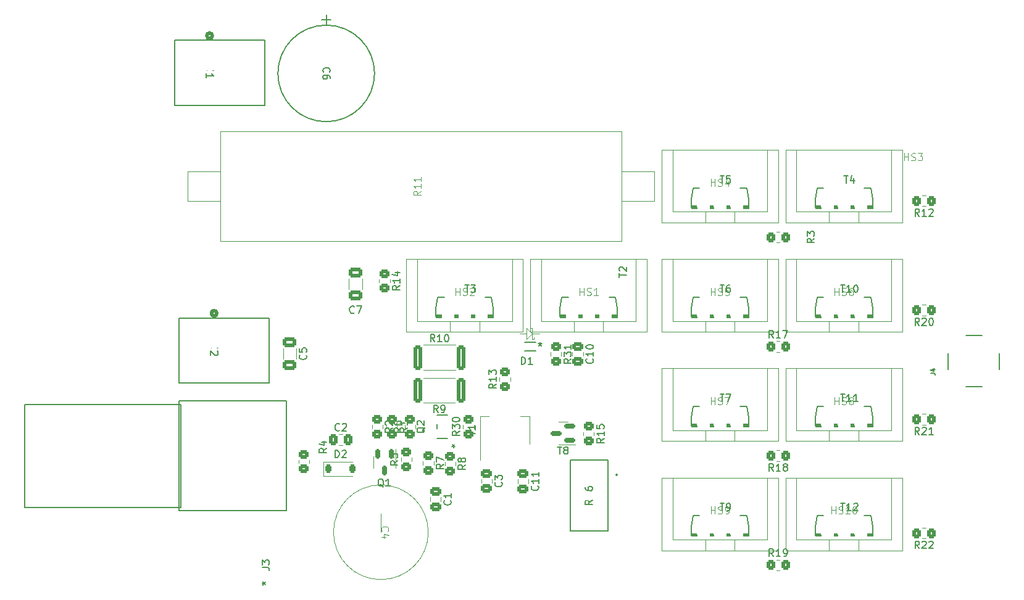
<source format=gto>
G04 #@! TF.GenerationSoftware,KiCad,Pcbnew,7.0.7*
G04 #@! TF.CreationDate,2024-05-31T20:17:07-04:00*
G04 #@! TF.ProjectId,HVHF_IIB,48564846-5f49-4494-922e-6b696361645f,rev?*
G04 #@! TF.SameCoordinates,Original*
G04 #@! TF.FileFunction,Legend,Top*
G04 #@! TF.FilePolarity,Positive*
%FSLAX46Y46*%
G04 Gerber Fmt 4.6, Leading zero omitted, Abs format (unit mm)*
G04 Created by KiCad (PCBNEW 7.0.7) date 2024-05-31 20:17:07*
%MOMM*%
%LPD*%
G01*
G04 APERTURE LIST*
G04 Aperture macros list*
%AMRoundRect*
0 Rectangle with rounded corners*
0 $1 Rounding radius*
0 $2 $3 $4 $5 $6 $7 $8 $9 X,Y pos of 4 corners*
0 Add a 4 corners polygon primitive as box body*
4,1,4,$2,$3,$4,$5,$6,$7,$8,$9,$2,$3,0*
0 Add four circle primitives for the rounded corners*
1,1,$1+$1,$2,$3*
1,1,$1+$1,$4,$5*
1,1,$1+$1,$6,$7*
1,1,$1+$1,$8,$9*
0 Add four rect primitives between the rounded corners*
20,1,$1+$1,$2,$3,$4,$5,0*
20,1,$1+$1,$4,$5,$6,$7,0*
20,1,$1+$1,$6,$7,$8,$9,0*
20,1,$1+$1,$8,$9,$2,$3,0*%
G04 Aperture macros list end*
%ADD10C,0.100000*%
%ADD11C,0.150000*%
%ADD12C,0.120000*%
%ADD13C,0.152400*%
%ADD14C,0.010000*%
%ADD15C,0.508000*%
%ADD16C,0.127000*%
%ADD17RoundRect,0.250000X-0.475000X0.337500X-0.475000X-0.337500X0.475000X-0.337500X0.475000X0.337500X0*%
%ADD18RoundRect,0.250000X-0.450000X0.350000X-0.450000X-0.350000X0.450000X-0.350000X0.450000X0.350000X0*%
%ADD19O,1.728000X3.252000*%
%ADD20C,1.498600*%
%ADD21C,2.304000*%
%ADD22C,2.454000*%
%ADD23RoundRect,0.250000X0.350000X0.450000X-0.350000X0.450000X-0.350000X-0.450000X0.350000X-0.450000X0*%
%ADD24RoundRect,0.225000X-0.225000X-0.375000X0.225000X-0.375000X0.225000X0.375000X-0.225000X0.375000X0*%
%ADD25RoundRect,0.250000X-0.337500X-0.475000X0.337500X-0.475000X0.337500X0.475000X-0.337500X0.475000X0*%
%ADD26R,0.304800X0.304800*%
%ADD27RoundRect,0.150000X0.587500X0.150000X-0.587500X0.150000X-0.587500X-0.150000X0.587500X-0.150000X0*%
%ADD28RoundRect,0.250000X-0.650000X0.412500X-0.650000X-0.412500X0.650000X-0.412500X0.650000X0.412500X0*%
%ADD29RoundRect,0.250000X0.450000X-0.350000X0.450000X0.350000X-0.450000X0.350000X-0.450000X-0.350000X0*%
%ADD30C,2.250000*%
%ADD31RoundRect,0.250000X-0.362500X-1.425000X0.362500X-1.425000X0.362500X1.425000X-0.362500X1.425000X0*%
%ADD32RoundRect,0.150000X-0.150000X0.512500X-0.150000X-0.512500X0.150000X-0.512500X0.150000X0.512500X0*%
%ADD33RoundRect,0.250000X-0.350000X-0.450000X0.350000X-0.450000X0.350000X0.450000X-0.350000X0.450000X0*%
%ADD34R,1.524000X1.524000*%
%ADD35C,1.524000*%
%ADD36C,1.320800*%
%ADD37R,1.320800X1.320800*%
%ADD38RoundRect,0.250000X0.362500X1.425000X-0.362500X1.425000X-0.362500X-1.425000X0.362500X-1.425000X0*%
%ADD39R,1.500000X2.000000*%
%ADD40R,3.800000X2.000000*%
%ADD41R,0.800000X0.600000*%
%ADD42R,0.800000X0.900000*%
%ADD43C,2.413000*%
G04 APERTURE END LIST*
D10*
X182761905Y-86957419D02*
X182761905Y-85957419D01*
X182761905Y-86433609D02*
X183333333Y-86433609D01*
X183333333Y-86957419D02*
X183333333Y-85957419D01*
X183761905Y-86909800D02*
X183904762Y-86957419D01*
X183904762Y-86957419D02*
X184142857Y-86957419D01*
X184142857Y-86957419D02*
X184238095Y-86909800D01*
X184238095Y-86909800D02*
X184285714Y-86862180D01*
X184285714Y-86862180D02*
X184333333Y-86766942D01*
X184333333Y-86766942D02*
X184333333Y-86671704D01*
X184333333Y-86671704D02*
X184285714Y-86576466D01*
X184285714Y-86576466D02*
X184238095Y-86528847D01*
X184238095Y-86528847D02*
X184142857Y-86481228D01*
X184142857Y-86481228D02*
X183952381Y-86433609D01*
X183952381Y-86433609D02*
X183857143Y-86385990D01*
X183857143Y-86385990D02*
X183809524Y-86338371D01*
X183809524Y-86338371D02*
X183761905Y-86243133D01*
X183761905Y-86243133D02*
X183761905Y-86147895D01*
X183761905Y-86147895D02*
X183809524Y-86052657D01*
X183809524Y-86052657D02*
X183857143Y-86005038D01*
X183857143Y-86005038D02*
X183952381Y-85957419D01*
X183952381Y-85957419D02*
X184190476Y-85957419D01*
X184190476Y-85957419D02*
X184333333Y-86005038D01*
X185190476Y-86290752D02*
X185190476Y-86957419D01*
X184952381Y-85909800D02*
X184714286Y-86624085D01*
X184714286Y-86624085D02*
X185333333Y-86624085D01*
D11*
X159039580Y-128142857D02*
X159087200Y-128190476D01*
X159087200Y-128190476D02*
X159134819Y-128333333D01*
X159134819Y-128333333D02*
X159134819Y-128428571D01*
X159134819Y-128428571D02*
X159087200Y-128571428D01*
X159087200Y-128571428D02*
X158991961Y-128666666D01*
X158991961Y-128666666D02*
X158896723Y-128714285D01*
X158896723Y-128714285D02*
X158706247Y-128761904D01*
X158706247Y-128761904D02*
X158563390Y-128761904D01*
X158563390Y-128761904D02*
X158372914Y-128714285D01*
X158372914Y-128714285D02*
X158277676Y-128666666D01*
X158277676Y-128666666D02*
X158182438Y-128571428D01*
X158182438Y-128571428D02*
X158134819Y-128428571D01*
X158134819Y-128428571D02*
X158134819Y-128333333D01*
X158134819Y-128333333D02*
X158182438Y-128190476D01*
X158182438Y-128190476D02*
X158230057Y-128142857D01*
X159134819Y-127190476D02*
X159134819Y-127761904D01*
X159134819Y-127476190D02*
X158134819Y-127476190D01*
X158134819Y-127476190D02*
X158277676Y-127571428D01*
X158277676Y-127571428D02*
X158372914Y-127666666D01*
X158372914Y-127666666D02*
X158420533Y-127761904D01*
X159134819Y-126238095D02*
X159134819Y-126809523D01*
X159134819Y-126523809D02*
X158134819Y-126523809D01*
X158134819Y-126523809D02*
X158277676Y-126619047D01*
X158277676Y-126619047D02*
X158372914Y-126714285D01*
X158372914Y-126714285D02*
X158420533Y-126809523D01*
X168104819Y-121612857D02*
X167628628Y-121946190D01*
X168104819Y-122184285D02*
X167104819Y-122184285D01*
X167104819Y-122184285D02*
X167104819Y-121803333D01*
X167104819Y-121803333D02*
X167152438Y-121708095D01*
X167152438Y-121708095D02*
X167200057Y-121660476D01*
X167200057Y-121660476D02*
X167295295Y-121612857D01*
X167295295Y-121612857D02*
X167438152Y-121612857D01*
X167438152Y-121612857D02*
X167533390Y-121660476D01*
X167533390Y-121660476D02*
X167581009Y-121708095D01*
X167581009Y-121708095D02*
X167628628Y-121803333D01*
X167628628Y-121803333D02*
X167628628Y-122184285D01*
X168104819Y-120660476D02*
X168104819Y-121231904D01*
X168104819Y-120946190D02*
X167104819Y-120946190D01*
X167104819Y-120946190D02*
X167247676Y-121041428D01*
X167247676Y-121041428D02*
X167342914Y-121136666D01*
X167342914Y-121136666D02*
X167390533Y-121231904D01*
X167104819Y-119755714D02*
X167104819Y-120231904D01*
X167104819Y-120231904D02*
X167581009Y-120279523D01*
X167581009Y-120279523D02*
X167533390Y-120231904D01*
X167533390Y-120231904D02*
X167485771Y-120136666D01*
X167485771Y-120136666D02*
X167485771Y-119898571D01*
X167485771Y-119898571D02*
X167533390Y-119803333D01*
X167533390Y-119803333D02*
X167581009Y-119755714D01*
X167581009Y-119755714D02*
X167676247Y-119708095D01*
X167676247Y-119708095D02*
X167914342Y-119708095D01*
X167914342Y-119708095D02*
X168009580Y-119755714D01*
X168009580Y-119755714D02*
X168057200Y-119803333D01*
X168057200Y-119803333D02*
X168104819Y-119898571D01*
X168104819Y-119898571D02*
X168104819Y-120136666D01*
X168104819Y-120136666D02*
X168057200Y-120231904D01*
X168057200Y-120231904D02*
X168009580Y-120279523D01*
X184025502Y-85542407D02*
X184597034Y-85542407D01*
X184311268Y-86542588D02*
X184311268Y-85542407D01*
X185406705Y-85542407D02*
X184930428Y-85542407D01*
X184930428Y-85542407D02*
X184882800Y-86018684D01*
X184882800Y-86018684D02*
X184930428Y-85971056D01*
X184930428Y-85971056D02*
X185025683Y-85923429D01*
X185025683Y-85923429D02*
X185263822Y-85923429D01*
X185263822Y-85923429D02*
X185359077Y-85971056D01*
X185359077Y-85971056D02*
X185406705Y-86018684D01*
X185406705Y-86018684D02*
X185454332Y-86113939D01*
X185454332Y-86113939D02*
X185454332Y-86352078D01*
X185454332Y-86352078D02*
X185406705Y-86447333D01*
X185406705Y-86447333D02*
X185359077Y-86494961D01*
X185359077Y-86494961D02*
X185263822Y-86542588D01*
X185263822Y-86542588D02*
X185025683Y-86542588D01*
X185025683Y-86542588D02*
X184930428Y-86494961D01*
X184930428Y-86494961D02*
X184882800Y-86447333D01*
X115165780Y-109200066D02*
X114451495Y-109200066D01*
X114451495Y-109200066D02*
X114308638Y-109152447D01*
X114308638Y-109152447D02*
X114213400Y-109057209D01*
X114213400Y-109057209D02*
X114165780Y-108914352D01*
X114165780Y-108914352D02*
X114165780Y-108819114D01*
X115070542Y-109628638D02*
X115118161Y-109676257D01*
X115118161Y-109676257D02*
X115165780Y-109771495D01*
X115165780Y-109771495D02*
X115165780Y-110009590D01*
X115165780Y-110009590D02*
X115118161Y-110104828D01*
X115118161Y-110104828D02*
X115070542Y-110152447D01*
X115070542Y-110152447D02*
X114975304Y-110200066D01*
X114975304Y-110200066D02*
X114880066Y-110200066D01*
X114880066Y-110200066D02*
X114737209Y-110152447D01*
X114737209Y-110152447D02*
X114165780Y-109581019D01*
X114165780Y-109581019D02*
X114165780Y-110200066D01*
X212916876Y-112681332D02*
X213374019Y-112681332D01*
X213374019Y-112681332D02*
X213465447Y-112711809D01*
X213465447Y-112711809D02*
X213526400Y-112772761D01*
X213526400Y-112772761D02*
X213556876Y-112864190D01*
X213556876Y-112864190D02*
X213556876Y-112925142D01*
X213130209Y-112102285D02*
X213556876Y-112102285D01*
X212886400Y-112254666D02*
X213343542Y-112407047D01*
X213343542Y-112407047D02*
X213343542Y-112010856D01*
X170168722Y-99492042D02*
X170168722Y-98920510D01*
X171168903Y-99206276D02*
X170168722Y-99206276D01*
X170263978Y-98634744D02*
X170216350Y-98587116D01*
X170216350Y-98587116D02*
X170168722Y-98491861D01*
X170168722Y-98491861D02*
X170168722Y-98253723D01*
X170168722Y-98253723D02*
X170216350Y-98158467D01*
X170216350Y-98158467D02*
X170263978Y-98110840D01*
X170263978Y-98110840D02*
X170359233Y-98063212D01*
X170359233Y-98063212D02*
X170454488Y-98063212D01*
X170454488Y-98063212D02*
X170597371Y-98110840D01*
X170597371Y-98110840D02*
X171168903Y-98682372D01*
X171168903Y-98682372D02*
X171168903Y-98063212D01*
D10*
X182761905Y-116957419D02*
X182761905Y-115957419D01*
X182761905Y-116433609D02*
X183333333Y-116433609D01*
X183333333Y-116957419D02*
X183333333Y-115957419D01*
X183761905Y-116909800D02*
X183904762Y-116957419D01*
X183904762Y-116957419D02*
X184142857Y-116957419D01*
X184142857Y-116957419D02*
X184238095Y-116909800D01*
X184238095Y-116909800D02*
X184285714Y-116862180D01*
X184285714Y-116862180D02*
X184333333Y-116766942D01*
X184333333Y-116766942D02*
X184333333Y-116671704D01*
X184333333Y-116671704D02*
X184285714Y-116576466D01*
X184285714Y-116576466D02*
X184238095Y-116528847D01*
X184238095Y-116528847D02*
X184142857Y-116481228D01*
X184142857Y-116481228D02*
X183952381Y-116433609D01*
X183952381Y-116433609D02*
X183857143Y-116385990D01*
X183857143Y-116385990D02*
X183809524Y-116338371D01*
X183809524Y-116338371D02*
X183761905Y-116243133D01*
X183761905Y-116243133D02*
X183761905Y-116147895D01*
X183761905Y-116147895D02*
X183809524Y-116052657D01*
X183809524Y-116052657D02*
X183857143Y-116005038D01*
X183857143Y-116005038D02*
X183952381Y-115957419D01*
X183952381Y-115957419D02*
X184190476Y-115957419D01*
X184190476Y-115957419D02*
X184333333Y-116005038D01*
X184666667Y-115957419D02*
X185333333Y-115957419D01*
X185333333Y-115957419D02*
X184904762Y-116957419D01*
D11*
X184025502Y-100542407D02*
X184597034Y-100542407D01*
X184311268Y-101542588D02*
X184311268Y-100542407D01*
X185359077Y-100542407D02*
X185168566Y-100542407D01*
X185168566Y-100542407D02*
X185073311Y-100590035D01*
X185073311Y-100590035D02*
X185025683Y-100637663D01*
X185025683Y-100637663D02*
X184930428Y-100780546D01*
X184930428Y-100780546D02*
X184882800Y-100971056D01*
X184882800Y-100971056D02*
X184882800Y-101352078D01*
X184882800Y-101352078D02*
X184930428Y-101447333D01*
X184930428Y-101447333D02*
X184978056Y-101494961D01*
X184978056Y-101494961D02*
X185073311Y-101542588D01*
X185073311Y-101542588D02*
X185263822Y-101542588D01*
X185263822Y-101542588D02*
X185359077Y-101494961D01*
X185359077Y-101494961D02*
X185406705Y-101447333D01*
X185406705Y-101447333D02*
X185454332Y-101352078D01*
X185454332Y-101352078D02*
X185454332Y-101113939D01*
X185454332Y-101113939D02*
X185406705Y-101018684D01*
X185406705Y-101018684D02*
X185359077Y-100971056D01*
X185359077Y-100971056D02*
X185263822Y-100923429D01*
X185263822Y-100923429D02*
X185073311Y-100923429D01*
X185073311Y-100923429D02*
X184978056Y-100971056D01*
X184978056Y-100971056D02*
X184930428Y-101018684D01*
X184930428Y-101018684D02*
X184882800Y-101113939D01*
X184025502Y-115542407D02*
X184597034Y-115542407D01*
X184311268Y-116542588D02*
X184311268Y-115542407D01*
X184835173Y-115542407D02*
X185501960Y-115542407D01*
X185501960Y-115542407D02*
X185073311Y-116542588D01*
X211357142Y-136729819D02*
X211023809Y-136253628D01*
X210785714Y-136729819D02*
X210785714Y-135729819D01*
X210785714Y-135729819D02*
X211166666Y-135729819D01*
X211166666Y-135729819D02*
X211261904Y-135777438D01*
X211261904Y-135777438D02*
X211309523Y-135825057D01*
X211309523Y-135825057D02*
X211357142Y-135920295D01*
X211357142Y-135920295D02*
X211357142Y-136063152D01*
X211357142Y-136063152D02*
X211309523Y-136158390D01*
X211309523Y-136158390D02*
X211261904Y-136206009D01*
X211261904Y-136206009D02*
X211166666Y-136253628D01*
X211166666Y-136253628D02*
X210785714Y-136253628D01*
X211738095Y-135825057D02*
X211785714Y-135777438D01*
X211785714Y-135777438D02*
X211880952Y-135729819D01*
X211880952Y-135729819D02*
X212119047Y-135729819D01*
X212119047Y-135729819D02*
X212214285Y-135777438D01*
X212214285Y-135777438D02*
X212261904Y-135825057D01*
X212261904Y-135825057D02*
X212309523Y-135920295D01*
X212309523Y-135920295D02*
X212309523Y-136015533D01*
X212309523Y-136015533D02*
X212261904Y-136158390D01*
X212261904Y-136158390D02*
X211690476Y-136729819D01*
X211690476Y-136729819D02*
X212309523Y-136729819D01*
X212690476Y-135825057D02*
X212738095Y-135777438D01*
X212738095Y-135777438D02*
X212833333Y-135729819D01*
X212833333Y-135729819D02*
X213071428Y-135729819D01*
X213071428Y-135729819D02*
X213166666Y-135777438D01*
X213166666Y-135777438D02*
X213214285Y-135825057D01*
X213214285Y-135825057D02*
X213261904Y-135920295D01*
X213261904Y-135920295D02*
X213261904Y-136015533D01*
X213261904Y-136015533D02*
X213214285Y-136158390D01*
X213214285Y-136158390D02*
X212642857Y-136729819D01*
X212642857Y-136729819D02*
X213261904Y-136729819D01*
X201025502Y-85542407D02*
X201597034Y-85542407D01*
X201311268Y-86542588D02*
X201311268Y-85542407D01*
X202359077Y-85875801D02*
X202359077Y-86542588D01*
X202120939Y-85494780D02*
X201882800Y-86209195D01*
X201882800Y-86209195D02*
X202501960Y-86209195D01*
X131211905Y-124259819D02*
X131211905Y-123259819D01*
X131211905Y-123259819D02*
X131450000Y-123259819D01*
X131450000Y-123259819D02*
X131592857Y-123307438D01*
X131592857Y-123307438D02*
X131688095Y-123402676D01*
X131688095Y-123402676D02*
X131735714Y-123497914D01*
X131735714Y-123497914D02*
X131783333Y-123688390D01*
X131783333Y-123688390D02*
X131783333Y-123831247D01*
X131783333Y-123831247D02*
X131735714Y-124021723D01*
X131735714Y-124021723D02*
X131688095Y-124116961D01*
X131688095Y-124116961D02*
X131592857Y-124212200D01*
X131592857Y-124212200D02*
X131450000Y-124259819D01*
X131450000Y-124259819D02*
X131211905Y-124259819D01*
X132164286Y-123355057D02*
X132211905Y-123307438D01*
X132211905Y-123307438D02*
X132307143Y-123259819D01*
X132307143Y-123259819D02*
X132545238Y-123259819D01*
X132545238Y-123259819D02*
X132640476Y-123307438D01*
X132640476Y-123307438D02*
X132688095Y-123355057D01*
X132688095Y-123355057D02*
X132735714Y-123450295D01*
X132735714Y-123450295D02*
X132735714Y-123545533D01*
X132735714Y-123545533D02*
X132688095Y-123688390D01*
X132688095Y-123688390D02*
X132116667Y-124259819D01*
X132116667Y-124259819D02*
X132735714Y-124259819D01*
X184025502Y-130542407D02*
X184597034Y-130542407D01*
X184311268Y-131542588D02*
X184311268Y-130542407D01*
X184978056Y-131542588D02*
X185168566Y-131542588D01*
X185168566Y-131542588D02*
X185263822Y-131494961D01*
X185263822Y-131494961D02*
X185311449Y-131447333D01*
X185311449Y-131447333D02*
X185406705Y-131304450D01*
X185406705Y-131304450D02*
X185454332Y-131113939D01*
X185454332Y-131113939D02*
X185454332Y-130732918D01*
X185454332Y-130732918D02*
X185406705Y-130637663D01*
X185406705Y-130637663D02*
X185359077Y-130590035D01*
X185359077Y-130590035D02*
X185263822Y-130542407D01*
X185263822Y-130542407D02*
X185073311Y-130542407D01*
X185073311Y-130542407D02*
X184978056Y-130590035D01*
X184978056Y-130590035D02*
X184930428Y-130637663D01*
X184930428Y-130637663D02*
X184882800Y-130732918D01*
X184882800Y-130732918D02*
X184882800Y-130971056D01*
X184882800Y-130971056D02*
X184930428Y-131066312D01*
X184930428Y-131066312D02*
X184978056Y-131113939D01*
X184978056Y-131113939D02*
X185073311Y-131161567D01*
X185073311Y-131161567D02*
X185263822Y-131161567D01*
X185263822Y-131161567D02*
X185359077Y-131113939D01*
X185359077Y-131113939D02*
X185406705Y-131066312D01*
X185406705Y-131066312D02*
X185454332Y-130971056D01*
X131820833Y-120484580D02*
X131773214Y-120532200D01*
X131773214Y-120532200D02*
X131630357Y-120579819D01*
X131630357Y-120579819D02*
X131535119Y-120579819D01*
X131535119Y-120579819D02*
X131392262Y-120532200D01*
X131392262Y-120532200D02*
X131297024Y-120436961D01*
X131297024Y-120436961D02*
X131249405Y-120341723D01*
X131249405Y-120341723D02*
X131201786Y-120151247D01*
X131201786Y-120151247D02*
X131201786Y-120008390D01*
X131201786Y-120008390D02*
X131249405Y-119817914D01*
X131249405Y-119817914D02*
X131297024Y-119722676D01*
X131297024Y-119722676D02*
X131392262Y-119627438D01*
X131392262Y-119627438D02*
X131535119Y-119579819D01*
X131535119Y-119579819D02*
X131630357Y-119579819D01*
X131630357Y-119579819D02*
X131773214Y-119627438D01*
X131773214Y-119627438D02*
X131820833Y-119675057D01*
X132201786Y-119675057D02*
X132249405Y-119627438D01*
X132249405Y-119627438D02*
X132344643Y-119579819D01*
X132344643Y-119579819D02*
X132582738Y-119579819D01*
X132582738Y-119579819D02*
X132677976Y-119627438D01*
X132677976Y-119627438D02*
X132725595Y-119675057D01*
X132725595Y-119675057D02*
X132773214Y-119770295D01*
X132773214Y-119770295D02*
X132773214Y-119865533D01*
X132773214Y-119865533D02*
X132725595Y-120008390D01*
X132725595Y-120008390D02*
X132154167Y-120579819D01*
X132154167Y-120579819D02*
X132773214Y-120579819D01*
X163604819Y-110680357D02*
X163128628Y-111013690D01*
X163604819Y-111251785D02*
X162604819Y-111251785D01*
X162604819Y-111251785D02*
X162604819Y-110870833D01*
X162604819Y-110870833D02*
X162652438Y-110775595D01*
X162652438Y-110775595D02*
X162700057Y-110727976D01*
X162700057Y-110727976D02*
X162795295Y-110680357D01*
X162795295Y-110680357D02*
X162938152Y-110680357D01*
X162938152Y-110680357D02*
X163033390Y-110727976D01*
X163033390Y-110727976D02*
X163081009Y-110775595D01*
X163081009Y-110775595D02*
X163128628Y-110870833D01*
X163128628Y-110870833D02*
X163128628Y-111251785D01*
X162604819Y-110347023D02*
X162604819Y-109727976D01*
X162604819Y-109727976D02*
X162985771Y-110061309D01*
X162985771Y-110061309D02*
X162985771Y-109918452D01*
X162985771Y-109918452D02*
X163033390Y-109823214D01*
X163033390Y-109823214D02*
X163081009Y-109775595D01*
X163081009Y-109775595D02*
X163176247Y-109727976D01*
X163176247Y-109727976D02*
X163414342Y-109727976D01*
X163414342Y-109727976D02*
X163509580Y-109775595D01*
X163509580Y-109775595D02*
X163557200Y-109823214D01*
X163557200Y-109823214D02*
X163604819Y-109918452D01*
X163604819Y-109918452D02*
X163604819Y-110204166D01*
X163604819Y-110204166D02*
X163557200Y-110299404D01*
X163557200Y-110299404D02*
X163509580Y-110347023D01*
X163604819Y-108775595D02*
X163604819Y-109347023D01*
X163604819Y-109061309D02*
X162604819Y-109061309D01*
X162604819Y-109061309D02*
X162747676Y-109156547D01*
X162747676Y-109156547D02*
X162842914Y-109251785D01*
X162842914Y-109251785D02*
X162890533Y-109347023D01*
X141104819Y-120166666D02*
X140628628Y-120499999D01*
X141104819Y-120738094D02*
X140104819Y-120738094D01*
X140104819Y-120738094D02*
X140104819Y-120357142D01*
X140104819Y-120357142D02*
X140152438Y-120261904D01*
X140152438Y-120261904D02*
X140200057Y-120214285D01*
X140200057Y-120214285D02*
X140295295Y-120166666D01*
X140295295Y-120166666D02*
X140438152Y-120166666D01*
X140438152Y-120166666D02*
X140533390Y-120214285D01*
X140533390Y-120214285D02*
X140581009Y-120261904D01*
X140581009Y-120261904D02*
X140628628Y-120357142D01*
X140628628Y-120357142D02*
X140628628Y-120738094D01*
X141104819Y-119214285D02*
X141104819Y-119785713D01*
X141104819Y-119499999D02*
X140104819Y-119499999D01*
X140104819Y-119499999D02*
X140247676Y-119595237D01*
X140247676Y-119595237D02*
X140342914Y-119690475D01*
X140342914Y-119690475D02*
X140390533Y-119785713D01*
X156761905Y-111454819D02*
X156761905Y-110454819D01*
X156761905Y-110454819D02*
X157000000Y-110454819D01*
X157000000Y-110454819D02*
X157142857Y-110502438D01*
X157142857Y-110502438D02*
X157238095Y-110597676D01*
X157238095Y-110597676D02*
X157285714Y-110692914D01*
X157285714Y-110692914D02*
X157333333Y-110883390D01*
X157333333Y-110883390D02*
X157333333Y-111026247D01*
X157333333Y-111026247D02*
X157285714Y-111216723D01*
X157285714Y-111216723D02*
X157238095Y-111311961D01*
X157238095Y-111311961D02*
X157142857Y-111407200D01*
X157142857Y-111407200D02*
X157000000Y-111454819D01*
X157000000Y-111454819D02*
X156761905Y-111454819D01*
X158285714Y-111454819D02*
X157714286Y-111454819D01*
X158000000Y-111454819D02*
X158000000Y-110454819D01*
X158000000Y-110454819D02*
X157904762Y-110597676D01*
X157904762Y-110597676D02*
X157809524Y-110692914D01*
X157809524Y-110692914D02*
X157714286Y-110740533D01*
X159333500Y-108454819D02*
X159333500Y-108692914D01*
X159095405Y-108597676D02*
X159333500Y-108692914D01*
X159333500Y-108692914D02*
X159571595Y-108597676D01*
X159190643Y-108883390D02*
X159333500Y-108692914D01*
X159333500Y-108692914D02*
X159476357Y-108883390D01*
X159333500Y-108454819D02*
X159333500Y-108692914D01*
X159095405Y-108597676D02*
X159333500Y-108692914D01*
X159333500Y-108692914D02*
X159571595Y-108597676D01*
X159190643Y-108883390D02*
X159333500Y-108692914D01*
X159333500Y-108692914D02*
X159476357Y-108883390D01*
X147039580Y-130129166D02*
X147087200Y-130176785D01*
X147087200Y-130176785D02*
X147134819Y-130319642D01*
X147134819Y-130319642D02*
X147134819Y-130414880D01*
X147134819Y-130414880D02*
X147087200Y-130557737D01*
X147087200Y-130557737D02*
X146991961Y-130652975D01*
X146991961Y-130652975D02*
X146896723Y-130700594D01*
X146896723Y-130700594D02*
X146706247Y-130748213D01*
X146706247Y-130748213D02*
X146563390Y-130748213D01*
X146563390Y-130748213D02*
X146372914Y-130700594D01*
X146372914Y-130700594D02*
X146277676Y-130652975D01*
X146277676Y-130652975D02*
X146182438Y-130557737D01*
X146182438Y-130557737D02*
X146134819Y-130414880D01*
X146134819Y-130414880D02*
X146134819Y-130319642D01*
X146134819Y-130319642D02*
X146182438Y-130176785D01*
X146182438Y-130176785D02*
X146230057Y-130129166D01*
X147134819Y-129176785D02*
X147134819Y-129748213D01*
X147134819Y-129462499D02*
X146134819Y-129462499D01*
X146134819Y-129462499D02*
X146277676Y-129557737D01*
X146277676Y-129557737D02*
X146372914Y-129652975D01*
X146372914Y-129652975D02*
X146420533Y-129748213D01*
X140104819Y-100642857D02*
X139628628Y-100976190D01*
X140104819Y-101214285D02*
X139104819Y-101214285D01*
X139104819Y-101214285D02*
X139104819Y-100833333D01*
X139104819Y-100833333D02*
X139152438Y-100738095D01*
X139152438Y-100738095D02*
X139200057Y-100690476D01*
X139200057Y-100690476D02*
X139295295Y-100642857D01*
X139295295Y-100642857D02*
X139438152Y-100642857D01*
X139438152Y-100642857D02*
X139533390Y-100690476D01*
X139533390Y-100690476D02*
X139581009Y-100738095D01*
X139581009Y-100738095D02*
X139628628Y-100833333D01*
X139628628Y-100833333D02*
X139628628Y-101214285D01*
X140104819Y-99690476D02*
X140104819Y-100261904D01*
X140104819Y-99976190D02*
X139104819Y-99976190D01*
X139104819Y-99976190D02*
X139247676Y-100071428D01*
X139247676Y-100071428D02*
X139342914Y-100166666D01*
X139342914Y-100166666D02*
X139390533Y-100261904D01*
X139438152Y-98833333D02*
X140104819Y-98833333D01*
X139057200Y-99071428D02*
X139771485Y-99309523D01*
X139771485Y-99309523D02*
X139771485Y-98690476D01*
D10*
X199761905Y-101957419D02*
X199761905Y-100957419D01*
X199761905Y-101433609D02*
X200333333Y-101433609D01*
X200333333Y-101957419D02*
X200333333Y-100957419D01*
X200761905Y-101909800D02*
X200904762Y-101957419D01*
X200904762Y-101957419D02*
X201142857Y-101957419D01*
X201142857Y-101957419D02*
X201238095Y-101909800D01*
X201238095Y-101909800D02*
X201285714Y-101862180D01*
X201285714Y-101862180D02*
X201333333Y-101766942D01*
X201333333Y-101766942D02*
X201333333Y-101671704D01*
X201333333Y-101671704D02*
X201285714Y-101576466D01*
X201285714Y-101576466D02*
X201238095Y-101528847D01*
X201238095Y-101528847D02*
X201142857Y-101481228D01*
X201142857Y-101481228D02*
X200952381Y-101433609D01*
X200952381Y-101433609D02*
X200857143Y-101385990D01*
X200857143Y-101385990D02*
X200809524Y-101338371D01*
X200809524Y-101338371D02*
X200761905Y-101243133D01*
X200761905Y-101243133D02*
X200761905Y-101147895D01*
X200761905Y-101147895D02*
X200809524Y-101052657D01*
X200809524Y-101052657D02*
X200857143Y-101005038D01*
X200857143Y-101005038D02*
X200952381Y-100957419D01*
X200952381Y-100957419D02*
X201190476Y-100957419D01*
X201190476Y-100957419D02*
X201333333Y-101005038D01*
X202190476Y-100957419D02*
X202000000Y-100957419D01*
X202000000Y-100957419D02*
X201904762Y-101005038D01*
X201904762Y-101005038D02*
X201857143Y-101052657D01*
X201857143Y-101052657D02*
X201761905Y-101195514D01*
X201761905Y-101195514D02*
X201714286Y-101385990D01*
X201714286Y-101385990D02*
X201714286Y-101766942D01*
X201714286Y-101766942D02*
X201761905Y-101862180D01*
X201761905Y-101862180D02*
X201809524Y-101909800D01*
X201809524Y-101909800D02*
X201904762Y-101957419D01*
X201904762Y-101957419D02*
X202095238Y-101957419D01*
X202095238Y-101957419D02*
X202190476Y-101909800D01*
X202190476Y-101909800D02*
X202238095Y-101862180D01*
X202238095Y-101862180D02*
X202285714Y-101766942D01*
X202285714Y-101766942D02*
X202285714Y-101528847D01*
X202285714Y-101528847D02*
X202238095Y-101433609D01*
X202238095Y-101433609D02*
X202190476Y-101385990D01*
X202190476Y-101385990D02*
X202095238Y-101338371D01*
X202095238Y-101338371D02*
X201904762Y-101338371D01*
X201904762Y-101338371D02*
X201809524Y-101385990D01*
X201809524Y-101385990D02*
X201761905Y-101433609D01*
X201761905Y-101433609D02*
X201714286Y-101528847D01*
X182761905Y-101957419D02*
X182761905Y-100957419D01*
X182761905Y-101433609D02*
X183333333Y-101433609D01*
X183333333Y-101957419D02*
X183333333Y-100957419D01*
X183761905Y-101909800D02*
X183904762Y-101957419D01*
X183904762Y-101957419D02*
X184142857Y-101957419D01*
X184142857Y-101957419D02*
X184238095Y-101909800D01*
X184238095Y-101909800D02*
X184285714Y-101862180D01*
X184285714Y-101862180D02*
X184333333Y-101766942D01*
X184333333Y-101766942D02*
X184333333Y-101671704D01*
X184333333Y-101671704D02*
X184285714Y-101576466D01*
X184285714Y-101576466D02*
X184238095Y-101528847D01*
X184238095Y-101528847D02*
X184142857Y-101481228D01*
X184142857Y-101481228D02*
X183952381Y-101433609D01*
X183952381Y-101433609D02*
X183857143Y-101385990D01*
X183857143Y-101385990D02*
X183809524Y-101338371D01*
X183809524Y-101338371D02*
X183761905Y-101243133D01*
X183761905Y-101243133D02*
X183761905Y-101147895D01*
X183761905Y-101147895D02*
X183809524Y-101052657D01*
X183809524Y-101052657D02*
X183857143Y-101005038D01*
X183857143Y-101005038D02*
X183952381Y-100957419D01*
X183952381Y-100957419D02*
X184190476Y-100957419D01*
X184190476Y-100957419D02*
X184333333Y-101005038D01*
X185238095Y-100957419D02*
X184761905Y-100957419D01*
X184761905Y-100957419D02*
X184714286Y-101433609D01*
X184714286Y-101433609D02*
X184761905Y-101385990D01*
X184761905Y-101385990D02*
X184857143Y-101338371D01*
X184857143Y-101338371D02*
X185095238Y-101338371D01*
X185095238Y-101338371D02*
X185190476Y-101385990D01*
X185190476Y-101385990D02*
X185238095Y-101433609D01*
X185238095Y-101433609D02*
X185285714Y-101528847D01*
X185285714Y-101528847D02*
X185285714Y-101766942D01*
X185285714Y-101766942D02*
X185238095Y-101862180D01*
X185238095Y-101862180D02*
X185190476Y-101909800D01*
X185190476Y-101909800D02*
X185095238Y-101957419D01*
X185095238Y-101957419D02*
X184857143Y-101957419D01*
X184857143Y-101957419D02*
X184761905Y-101909800D01*
X184761905Y-101909800D02*
X184714286Y-101862180D01*
D11*
X200549226Y-130542407D02*
X201120758Y-130542407D01*
X200834992Y-131542588D02*
X200834992Y-130542407D01*
X201978056Y-131542588D02*
X201406524Y-131542588D01*
X201692290Y-131542588D02*
X201692290Y-130542407D01*
X201692290Y-130542407D02*
X201597035Y-130685290D01*
X201597035Y-130685290D02*
X201501780Y-130780546D01*
X201501780Y-130780546D02*
X201406524Y-130828173D01*
X202359077Y-130637663D02*
X202406705Y-130590035D01*
X202406705Y-130590035D02*
X202501960Y-130542407D01*
X202501960Y-130542407D02*
X202740099Y-130542407D01*
X202740099Y-130542407D02*
X202835354Y-130590035D01*
X202835354Y-130590035D02*
X202882982Y-130637663D01*
X202882982Y-130637663D02*
X202930609Y-130732918D01*
X202930609Y-130732918D02*
X202930609Y-130828173D01*
X202930609Y-130828173D02*
X202882982Y-130971056D01*
X202882982Y-130971056D02*
X202311450Y-131542588D01*
X202311450Y-131542588D02*
X202930609Y-131542588D01*
X161738095Y-122774819D02*
X162309523Y-122774819D01*
X162023809Y-123774819D02*
X162023809Y-122774819D01*
X162785714Y-123203390D02*
X162690476Y-123155771D01*
X162690476Y-123155771D02*
X162642857Y-123108152D01*
X162642857Y-123108152D02*
X162595238Y-123012914D01*
X162595238Y-123012914D02*
X162595238Y-122965295D01*
X162595238Y-122965295D02*
X162642857Y-122870057D01*
X162642857Y-122870057D02*
X162690476Y-122822438D01*
X162690476Y-122822438D02*
X162785714Y-122774819D01*
X162785714Y-122774819D02*
X162976190Y-122774819D01*
X162976190Y-122774819D02*
X163071428Y-122822438D01*
X163071428Y-122822438D02*
X163119047Y-122870057D01*
X163119047Y-122870057D02*
X163166666Y-122965295D01*
X163166666Y-122965295D02*
X163166666Y-123012914D01*
X163166666Y-123012914D02*
X163119047Y-123108152D01*
X163119047Y-123108152D02*
X163071428Y-123155771D01*
X163071428Y-123155771D02*
X162976190Y-123203390D01*
X162976190Y-123203390D02*
X162785714Y-123203390D01*
X162785714Y-123203390D02*
X162690476Y-123251009D01*
X162690476Y-123251009D02*
X162642857Y-123298628D01*
X162642857Y-123298628D02*
X162595238Y-123393866D01*
X162595238Y-123393866D02*
X162595238Y-123584342D01*
X162595238Y-123584342D02*
X162642857Y-123679580D01*
X162642857Y-123679580D02*
X162690476Y-123727200D01*
X162690476Y-123727200D02*
X162785714Y-123774819D01*
X162785714Y-123774819D02*
X162976190Y-123774819D01*
X162976190Y-123774819D02*
X163071428Y-123727200D01*
X163071428Y-123727200D02*
X163119047Y-123679580D01*
X163119047Y-123679580D02*
X163166666Y-123584342D01*
X163166666Y-123584342D02*
X163166666Y-123393866D01*
X163166666Y-123393866D02*
X163119047Y-123298628D01*
X163119047Y-123298628D02*
X163071428Y-123251009D01*
X163071428Y-123251009D02*
X162976190Y-123203390D01*
X191357142Y-126104819D02*
X191023809Y-125628628D01*
X190785714Y-126104819D02*
X190785714Y-125104819D01*
X190785714Y-125104819D02*
X191166666Y-125104819D01*
X191166666Y-125104819D02*
X191261904Y-125152438D01*
X191261904Y-125152438D02*
X191309523Y-125200057D01*
X191309523Y-125200057D02*
X191357142Y-125295295D01*
X191357142Y-125295295D02*
X191357142Y-125438152D01*
X191357142Y-125438152D02*
X191309523Y-125533390D01*
X191309523Y-125533390D02*
X191261904Y-125581009D01*
X191261904Y-125581009D02*
X191166666Y-125628628D01*
X191166666Y-125628628D02*
X190785714Y-125628628D01*
X192309523Y-126104819D02*
X191738095Y-126104819D01*
X192023809Y-126104819D02*
X192023809Y-125104819D01*
X192023809Y-125104819D02*
X191928571Y-125247676D01*
X191928571Y-125247676D02*
X191833333Y-125342914D01*
X191833333Y-125342914D02*
X191738095Y-125390533D01*
X192880952Y-125533390D02*
X192785714Y-125485771D01*
X192785714Y-125485771D02*
X192738095Y-125438152D01*
X192738095Y-125438152D02*
X192690476Y-125342914D01*
X192690476Y-125342914D02*
X192690476Y-125295295D01*
X192690476Y-125295295D02*
X192738095Y-125200057D01*
X192738095Y-125200057D02*
X192785714Y-125152438D01*
X192785714Y-125152438D02*
X192880952Y-125104819D01*
X192880952Y-125104819D02*
X193071428Y-125104819D01*
X193071428Y-125104819D02*
X193166666Y-125152438D01*
X193166666Y-125152438D02*
X193214285Y-125200057D01*
X193214285Y-125200057D02*
X193261904Y-125295295D01*
X193261904Y-125295295D02*
X193261904Y-125342914D01*
X193261904Y-125342914D02*
X193214285Y-125438152D01*
X193214285Y-125438152D02*
X193166666Y-125485771D01*
X193166666Y-125485771D02*
X193071428Y-125533390D01*
X193071428Y-125533390D02*
X192880952Y-125533390D01*
X192880952Y-125533390D02*
X192785714Y-125581009D01*
X192785714Y-125581009D02*
X192738095Y-125628628D01*
X192738095Y-125628628D02*
X192690476Y-125723866D01*
X192690476Y-125723866D02*
X192690476Y-125914342D01*
X192690476Y-125914342D02*
X192738095Y-126009580D01*
X192738095Y-126009580D02*
X192785714Y-126057200D01*
X192785714Y-126057200D02*
X192880952Y-126104819D01*
X192880952Y-126104819D02*
X193071428Y-126104819D01*
X193071428Y-126104819D02*
X193166666Y-126057200D01*
X193166666Y-126057200D02*
X193214285Y-126009580D01*
X193214285Y-126009580D02*
X193261904Y-125914342D01*
X193261904Y-125914342D02*
X193261904Y-125723866D01*
X193261904Y-125723866D02*
X193214285Y-125628628D01*
X193214285Y-125628628D02*
X193166666Y-125581009D01*
X193166666Y-125581009D02*
X193071428Y-125533390D01*
X133833333Y-104359580D02*
X133785714Y-104407200D01*
X133785714Y-104407200D02*
X133642857Y-104454819D01*
X133642857Y-104454819D02*
X133547619Y-104454819D01*
X133547619Y-104454819D02*
X133404762Y-104407200D01*
X133404762Y-104407200D02*
X133309524Y-104311961D01*
X133309524Y-104311961D02*
X133261905Y-104216723D01*
X133261905Y-104216723D02*
X133214286Y-104026247D01*
X133214286Y-104026247D02*
X133214286Y-103883390D01*
X133214286Y-103883390D02*
X133261905Y-103692914D01*
X133261905Y-103692914D02*
X133309524Y-103597676D01*
X133309524Y-103597676D02*
X133404762Y-103502438D01*
X133404762Y-103502438D02*
X133547619Y-103454819D01*
X133547619Y-103454819D02*
X133642857Y-103454819D01*
X133642857Y-103454819D02*
X133785714Y-103502438D01*
X133785714Y-103502438D02*
X133833333Y-103550057D01*
X134166667Y-103454819D02*
X134833333Y-103454819D01*
X134833333Y-103454819D02*
X134404762Y-104454819D01*
X153304819Y-114142857D02*
X152828628Y-114476190D01*
X153304819Y-114714285D02*
X152304819Y-114714285D01*
X152304819Y-114714285D02*
X152304819Y-114333333D01*
X152304819Y-114333333D02*
X152352438Y-114238095D01*
X152352438Y-114238095D02*
X152400057Y-114190476D01*
X152400057Y-114190476D02*
X152495295Y-114142857D01*
X152495295Y-114142857D02*
X152638152Y-114142857D01*
X152638152Y-114142857D02*
X152733390Y-114190476D01*
X152733390Y-114190476D02*
X152781009Y-114238095D01*
X152781009Y-114238095D02*
X152828628Y-114333333D01*
X152828628Y-114333333D02*
X152828628Y-114714285D01*
X153304819Y-113190476D02*
X153304819Y-113761904D01*
X153304819Y-113476190D02*
X152304819Y-113476190D01*
X152304819Y-113476190D02*
X152447676Y-113571428D01*
X152447676Y-113571428D02*
X152542914Y-113666666D01*
X152542914Y-113666666D02*
X152590533Y-113761904D01*
X152304819Y-112857142D02*
X152304819Y-112238095D01*
X152304819Y-112238095D02*
X152685771Y-112571428D01*
X152685771Y-112571428D02*
X152685771Y-112428571D01*
X152685771Y-112428571D02*
X152733390Y-112333333D01*
X152733390Y-112333333D02*
X152781009Y-112285714D01*
X152781009Y-112285714D02*
X152876247Y-112238095D01*
X152876247Y-112238095D02*
X153114342Y-112238095D01*
X153114342Y-112238095D02*
X153209580Y-112285714D01*
X153209580Y-112285714D02*
X153257200Y-112333333D01*
X153257200Y-112333333D02*
X153304819Y-112428571D01*
X153304819Y-112428571D02*
X153304819Y-112714285D01*
X153304819Y-112714285D02*
X153257200Y-112809523D01*
X153257200Y-112809523D02*
X153209580Y-112857142D01*
D10*
X199285714Y-131957419D02*
X199285714Y-130957419D01*
X199285714Y-131433609D02*
X199857142Y-131433609D01*
X199857142Y-131957419D02*
X199857142Y-130957419D01*
X200285714Y-131909800D02*
X200428571Y-131957419D01*
X200428571Y-131957419D02*
X200666666Y-131957419D01*
X200666666Y-131957419D02*
X200761904Y-131909800D01*
X200761904Y-131909800D02*
X200809523Y-131862180D01*
X200809523Y-131862180D02*
X200857142Y-131766942D01*
X200857142Y-131766942D02*
X200857142Y-131671704D01*
X200857142Y-131671704D02*
X200809523Y-131576466D01*
X200809523Y-131576466D02*
X200761904Y-131528847D01*
X200761904Y-131528847D02*
X200666666Y-131481228D01*
X200666666Y-131481228D02*
X200476190Y-131433609D01*
X200476190Y-131433609D02*
X200380952Y-131385990D01*
X200380952Y-131385990D02*
X200333333Y-131338371D01*
X200333333Y-131338371D02*
X200285714Y-131243133D01*
X200285714Y-131243133D02*
X200285714Y-131147895D01*
X200285714Y-131147895D02*
X200333333Y-131052657D01*
X200333333Y-131052657D02*
X200380952Y-131005038D01*
X200380952Y-131005038D02*
X200476190Y-130957419D01*
X200476190Y-130957419D02*
X200714285Y-130957419D01*
X200714285Y-130957419D02*
X200857142Y-131005038D01*
X201809523Y-131957419D02*
X201238095Y-131957419D01*
X201523809Y-131957419D02*
X201523809Y-130957419D01*
X201523809Y-130957419D02*
X201428571Y-131100276D01*
X201428571Y-131100276D02*
X201333333Y-131195514D01*
X201333333Y-131195514D02*
X201238095Y-131243133D01*
X202428571Y-130957419D02*
X202523809Y-130957419D01*
X202523809Y-130957419D02*
X202619047Y-131005038D01*
X202619047Y-131005038D02*
X202666666Y-131052657D01*
X202666666Y-131052657D02*
X202714285Y-131147895D01*
X202714285Y-131147895D02*
X202761904Y-131338371D01*
X202761904Y-131338371D02*
X202761904Y-131576466D01*
X202761904Y-131576466D02*
X202714285Y-131766942D01*
X202714285Y-131766942D02*
X202666666Y-131862180D01*
X202666666Y-131862180D02*
X202619047Y-131909800D01*
X202619047Y-131909800D02*
X202523809Y-131957419D01*
X202523809Y-131957419D02*
X202428571Y-131957419D01*
X202428571Y-131957419D02*
X202333333Y-131909800D01*
X202333333Y-131909800D02*
X202285714Y-131862180D01*
X202285714Y-131862180D02*
X202238095Y-131766942D01*
X202238095Y-131766942D02*
X202190476Y-131576466D01*
X202190476Y-131576466D02*
X202190476Y-131338371D01*
X202190476Y-131338371D02*
X202238095Y-131147895D01*
X202238095Y-131147895D02*
X202285714Y-131052657D01*
X202285714Y-131052657D02*
X202333333Y-131005038D01*
X202333333Y-131005038D02*
X202428571Y-130957419D01*
X137637819Y-134333333D02*
X137590200Y-134285714D01*
X137590200Y-134285714D02*
X137542580Y-134142857D01*
X137542580Y-134142857D02*
X137542580Y-134047619D01*
X137542580Y-134047619D02*
X137590200Y-133904762D01*
X137590200Y-133904762D02*
X137685438Y-133809524D01*
X137685438Y-133809524D02*
X137780676Y-133761905D01*
X137780676Y-133761905D02*
X137971152Y-133714286D01*
X137971152Y-133714286D02*
X138114009Y-133714286D01*
X138114009Y-133714286D02*
X138304485Y-133761905D01*
X138304485Y-133761905D02*
X138399723Y-133809524D01*
X138399723Y-133809524D02*
X138494961Y-133904762D01*
X138494961Y-133904762D02*
X138542580Y-134047619D01*
X138542580Y-134047619D02*
X138542580Y-134142857D01*
X138542580Y-134142857D02*
X138494961Y-134285714D01*
X138494961Y-134285714D02*
X138447342Y-134333333D01*
X138209247Y-135190476D02*
X137542580Y-135190476D01*
X138590200Y-134952381D02*
X137875914Y-134714286D01*
X137875914Y-134714286D02*
X137875914Y-135333333D01*
D11*
X149104819Y-125246666D02*
X148628628Y-125579999D01*
X149104819Y-125818094D02*
X148104819Y-125818094D01*
X148104819Y-125818094D02*
X148104819Y-125437142D01*
X148104819Y-125437142D02*
X148152438Y-125341904D01*
X148152438Y-125341904D02*
X148200057Y-125294285D01*
X148200057Y-125294285D02*
X148295295Y-125246666D01*
X148295295Y-125246666D02*
X148438152Y-125246666D01*
X148438152Y-125246666D02*
X148533390Y-125294285D01*
X148533390Y-125294285D02*
X148581009Y-125341904D01*
X148581009Y-125341904D02*
X148628628Y-125437142D01*
X148628628Y-125437142D02*
X148628628Y-125818094D01*
X148533390Y-124675237D02*
X148485771Y-124770475D01*
X148485771Y-124770475D02*
X148438152Y-124818094D01*
X148438152Y-124818094D02*
X148342914Y-124865713D01*
X148342914Y-124865713D02*
X148295295Y-124865713D01*
X148295295Y-124865713D02*
X148200057Y-124818094D01*
X148200057Y-124818094D02*
X148152438Y-124770475D01*
X148152438Y-124770475D02*
X148104819Y-124675237D01*
X148104819Y-124675237D02*
X148104819Y-124484761D01*
X148104819Y-124484761D02*
X148152438Y-124389523D01*
X148152438Y-124389523D02*
X148200057Y-124341904D01*
X148200057Y-124341904D02*
X148295295Y-124294285D01*
X148295295Y-124294285D02*
X148342914Y-124294285D01*
X148342914Y-124294285D02*
X148438152Y-124341904D01*
X148438152Y-124341904D02*
X148485771Y-124389523D01*
X148485771Y-124389523D02*
X148533390Y-124484761D01*
X148533390Y-124484761D02*
X148533390Y-124675237D01*
X148533390Y-124675237D02*
X148581009Y-124770475D01*
X148581009Y-124770475D02*
X148628628Y-124818094D01*
X148628628Y-124818094D02*
X148723866Y-124865713D01*
X148723866Y-124865713D02*
X148914342Y-124865713D01*
X148914342Y-124865713D02*
X149009580Y-124818094D01*
X149009580Y-124818094D02*
X149057200Y-124770475D01*
X149057200Y-124770475D02*
X149104819Y-124675237D01*
X149104819Y-124675237D02*
X149104819Y-124484761D01*
X149104819Y-124484761D02*
X149057200Y-124389523D01*
X149057200Y-124389523D02*
X149009580Y-124341904D01*
X149009580Y-124341904D02*
X148914342Y-124294285D01*
X148914342Y-124294285D02*
X148723866Y-124294285D01*
X148723866Y-124294285D02*
X148628628Y-124341904D01*
X148628628Y-124341904D02*
X148581009Y-124389523D01*
X148581009Y-124389523D02*
X148533390Y-124484761D01*
D10*
X182761905Y-131957419D02*
X182761905Y-130957419D01*
X182761905Y-131433609D02*
X183333333Y-131433609D01*
X183333333Y-131957419D02*
X183333333Y-130957419D01*
X183761905Y-131909800D02*
X183904762Y-131957419D01*
X183904762Y-131957419D02*
X184142857Y-131957419D01*
X184142857Y-131957419D02*
X184238095Y-131909800D01*
X184238095Y-131909800D02*
X184285714Y-131862180D01*
X184285714Y-131862180D02*
X184333333Y-131766942D01*
X184333333Y-131766942D02*
X184333333Y-131671704D01*
X184333333Y-131671704D02*
X184285714Y-131576466D01*
X184285714Y-131576466D02*
X184238095Y-131528847D01*
X184238095Y-131528847D02*
X184142857Y-131481228D01*
X184142857Y-131481228D02*
X183952381Y-131433609D01*
X183952381Y-131433609D02*
X183857143Y-131385990D01*
X183857143Y-131385990D02*
X183809524Y-131338371D01*
X183809524Y-131338371D02*
X183761905Y-131243133D01*
X183761905Y-131243133D02*
X183761905Y-131147895D01*
X183761905Y-131147895D02*
X183809524Y-131052657D01*
X183809524Y-131052657D02*
X183857143Y-131005038D01*
X183857143Y-131005038D02*
X183952381Y-130957419D01*
X183952381Y-130957419D02*
X184190476Y-130957419D01*
X184190476Y-130957419D02*
X184333333Y-131005038D01*
X184809524Y-131957419D02*
X185000000Y-131957419D01*
X185000000Y-131957419D02*
X185095238Y-131909800D01*
X185095238Y-131909800D02*
X185142857Y-131862180D01*
X185142857Y-131862180D02*
X185238095Y-131719323D01*
X185238095Y-131719323D02*
X185285714Y-131528847D01*
X185285714Y-131528847D02*
X185285714Y-131147895D01*
X185285714Y-131147895D02*
X185238095Y-131052657D01*
X185238095Y-131052657D02*
X185190476Y-131005038D01*
X185190476Y-131005038D02*
X185095238Y-130957419D01*
X185095238Y-130957419D02*
X184904762Y-130957419D01*
X184904762Y-130957419D02*
X184809524Y-131005038D01*
X184809524Y-131005038D02*
X184761905Y-131052657D01*
X184761905Y-131052657D02*
X184714286Y-131147895D01*
X184714286Y-131147895D02*
X184714286Y-131385990D01*
X184714286Y-131385990D02*
X184761905Y-131481228D01*
X184761905Y-131481228D02*
X184809524Y-131528847D01*
X184809524Y-131528847D02*
X184904762Y-131576466D01*
X184904762Y-131576466D02*
X185095238Y-131576466D01*
X185095238Y-131576466D02*
X185190476Y-131528847D01*
X185190476Y-131528847D02*
X185238095Y-131481228D01*
X185238095Y-131481228D02*
X185285714Y-131385990D01*
D11*
X144894642Y-108334819D02*
X144561309Y-107858628D01*
X144323214Y-108334819D02*
X144323214Y-107334819D01*
X144323214Y-107334819D02*
X144704166Y-107334819D01*
X144704166Y-107334819D02*
X144799404Y-107382438D01*
X144799404Y-107382438D02*
X144847023Y-107430057D01*
X144847023Y-107430057D02*
X144894642Y-107525295D01*
X144894642Y-107525295D02*
X144894642Y-107668152D01*
X144894642Y-107668152D02*
X144847023Y-107763390D01*
X144847023Y-107763390D02*
X144799404Y-107811009D01*
X144799404Y-107811009D02*
X144704166Y-107858628D01*
X144704166Y-107858628D02*
X144323214Y-107858628D01*
X145847023Y-108334819D02*
X145275595Y-108334819D01*
X145561309Y-108334819D02*
X145561309Y-107334819D01*
X145561309Y-107334819D02*
X145466071Y-107477676D01*
X145466071Y-107477676D02*
X145370833Y-107572914D01*
X145370833Y-107572914D02*
X145275595Y-107620533D01*
X146466071Y-107334819D02*
X146561309Y-107334819D01*
X146561309Y-107334819D02*
X146656547Y-107382438D01*
X146656547Y-107382438D02*
X146704166Y-107430057D01*
X146704166Y-107430057D02*
X146751785Y-107525295D01*
X146751785Y-107525295D02*
X146799404Y-107715771D01*
X146799404Y-107715771D02*
X146799404Y-107953866D01*
X146799404Y-107953866D02*
X146751785Y-108144342D01*
X146751785Y-108144342D02*
X146704166Y-108239580D01*
X146704166Y-108239580D02*
X146656547Y-108287200D01*
X146656547Y-108287200D02*
X146561309Y-108334819D01*
X146561309Y-108334819D02*
X146466071Y-108334819D01*
X146466071Y-108334819D02*
X146370833Y-108287200D01*
X146370833Y-108287200D02*
X146323214Y-108239580D01*
X146323214Y-108239580D02*
X146275595Y-108144342D01*
X146275595Y-108144342D02*
X146227976Y-107953866D01*
X146227976Y-107953866D02*
X146227976Y-107715771D01*
X146227976Y-107715771D02*
X146275595Y-107525295D01*
X146275595Y-107525295D02*
X146323214Y-107430057D01*
X146323214Y-107430057D02*
X146370833Y-107382438D01*
X146370833Y-107382438D02*
X146466071Y-107334819D01*
X200549226Y-115542407D02*
X201120758Y-115542407D01*
X200834992Y-116542588D02*
X200834992Y-115542407D01*
X201978056Y-116542588D02*
X201406524Y-116542588D01*
X201692290Y-116542588D02*
X201692290Y-115542407D01*
X201692290Y-115542407D02*
X201597035Y-115685290D01*
X201597035Y-115685290D02*
X201501780Y-115780546D01*
X201501780Y-115780546D02*
X201406524Y-115828173D01*
X202930609Y-116542588D02*
X202359077Y-116542588D01*
X202644843Y-116542588D02*
X202644843Y-115542407D01*
X202644843Y-115542407D02*
X202549588Y-115685290D01*
X202549588Y-115685290D02*
X202454333Y-115780546D01*
X202454333Y-115780546D02*
X202359077Y-115828173D01*
X211357142Y-91104819D02*
X211023809Y-90628628D01*
X210785714Y-91104819D02*
X210785714Y-90104819D01*
X210785714Y-90104819D02*
X211166666Y-90104819D01*
X211166666Y-90104819D02*
X211261904Y-90152438D01*
X211261904Y-90152438D02*
X211309523Y-90200057D01*
X211309523Y-90200057D02*
X211357142Y-90295295D01*
X211357142Y-90295295D02*
X211357142Y-90438152D01*
X211357142Y-90438152D02*
X211309523Y-90533390D01*
X211309523Y-90533390D02*
X211261904Y-90581009D01*
X211261904Y-90581009D02*
X211166666Y-90628628D01*
X211166666Y-90628628D02*
X210785714Y-90628628D01*
X212309523Y-91104819D02*
X211738095Y-91104819D01*
X212023809Y-91104819D02*
X212023809Y-90104819D01*
X212023809Y-90104819D02*
X211928571Y-90247676D01*
X211928571Y-90247676D02*
X211833333Y-90342914D01*
X211833333Y-90342914D02*
X211738095Y-90390533D01*
X212690476Y-90200057D02*
X212738095Y-90152438D01*
X212738095Y-90152438D02*
X212833333Y-90104819D01*
X212833333Y-90104819D02*
X213071428Y-90104819D01*
X213071428Y-90104819D02*
X213166666Y-90152438D01*
X213166666Y-90152438D02*
X213214285Y-90200057D01*
X213214285Y-90200057D02*
X213261904Y-90295295D01*
X213261904Y-90295295D02*
X213261904Y-90390533D01*
X213261904Y-90390533D02*
X213214285Y-90533390D01*
X213214285Y-90533390D02*
X212642857Y-91104819D01*
X212642857Y-91104819D02*
X213261904Y-91104819D01*
X137854761Y-128275057D02*
X137759523Y-128227438D01*
X137759523Y-128227438D02*
X137664285Y-128132200D01*
X137664285Y-128132200D02*
X137521428Y-127989342D01*
X137521428Y-127989342D02*
X137426190Y-127941723D01*
X137426190Y-127941723D02*
X137330952Y-127941723D01*
X137378571Y-128179819D02*
X137283333Y-128132200D01*
X137283333Y-128132200D02*
X137188095Y-128036961D01*
X137188095Y-128036961D02*
X137140476Y-127846485D01*
X137140476Y-127846485D02*
X137140476Y-127513152D01*
X137140476Y-127513152D02*
X137188095Y-127322676D01*
X137188095Y-127322676D02*
X137283333Y-127227438D01*
X137283333Y-127227438D02*
X137378571Y-127179819D01*
X137378571Y-127179819D02*
X137569047Y-127179819D01*
X137569047Y-127179819D02*
X137664285Y-127227438D01*
X137664285Y-127227438D02*
X137759523Y-127322676D01*
X137759523Y-127322676D02*
X137807142Y-127513152D01*
X137807142Y-127513152D02*
X137807142Y-127846485D01*
X137807142Y-127846485D02*
X137759523Y-128036961D01*
X137759523Y-128036961D02*
X137664285Y-128132200D01*
X137664285Y-128132200D02*
X137569047Y-128179819D01*
X137569047Y-128179819D02*
X137378571Y-128179819D01*
X138759523Y-128179819D02*
X138188095Y-128179819D01*
X138473809Y-128179819D02*
X138473809Y-127179819D01*
X138473809Y-127179819D02*
X138378571Y-127322676D01*
X138378571Y-127322676D02*
X138283333Y-127417914D01*
X138283333Y-127417914D02*
X138188095Y-127465533D01*
D10*
X199761905Y-116957419D02*
X199761905Y-115957419D01*
X199761905Y-116433609D02*
X200333333Y-116433609D01*
X200333333Y-116957419D02*
X200333333Y-115957419D01*
X200761905Y-116909800D02*
X200904762Y-116957419D01*
X200904762Y-116957419D02*
X201142857Y-116957419D01*
X201142857Y-116957419D02*
X201238095Y-116909800D01*
X201238095Y-116909800D02*
X201285714Y-116862180D01*
X201285714Y-116862180D02*
X201333333Y-116766942D01*
X201333333Y-116766942D02*
X201333333Y-116671704D01*
X201333333Y-116671704D02*
X201285714Y-116576466D01*
X201285714Y-116576466D02*
X201238095Y-116528847D01*
X201238095Y-116528847D02*
X201142857Y-116481228D01*
X201142857Y-116481228D02*
X200952381Y-116433609D01*
X200952381Y-116433609D02*
X200857143Y-116385990D01*
X200857143Y-116385990D02*
X200809524Y-116338371D01*
X200809524Y-116338371D02*
X200761905Y-116243133D01*
X200761905Y-116243133D02*
X200761905Y-116147895D01*
X200761905Y-116147895D02*
X200809524Y-116052657D01*
X200809524Y-116052657D02*
X200857143Y-116005038D01*
X200857143Y-116005038D02*
X200952381Y-115957419D01*
X200952381Y-115957419D02*
X201190476Y-115957419D01*
X201190476Y-115957419D02*
X201333333Y-116005038D01*
X201904762Y-116385990D02*
X201809524Y-116338371D01*
X201809524Y-116338371D02*
X201761905Y-116290752D01*
X201761905Y-116290752D02*
X201714286Y-116195514D01*
X201714286Y-116195514D02*
X201714286Y-116147895D01*
X201714286Y-116147895D02*
X201761905Y-116052657D01*
X201761905Y-116052657D02*
X201809524Y-116005038D01*
X201809524Y-116005038D02*
X201904762Y-115957419D01*
X201904762Y-115957419D02*
X202095238Y-115957419D01*
X202095238Y-115957419D02*
X202190476Y-116005038D01*
X202190476Y-116005038D02*
X202238095Y-116052657D01*
X202238095Y-116052657D02*
X202285714Y-116147895D01*
X202285714Y-116147895D02*
X202285714Y-116195514D01*
X202285714Y-116195514D02*
X202238095Y-116290752D01*
X202238095Y-116290752D02*
X202190476Y-116338371D01*
X202190476Y-116338371D02*
X202095238Y-116385990D01*
X202095238Y-116385990D02*
X201904762Y-116385990D01*
X201904762Y-116385990D02*
X201809524Y-116433609D01*
X201809524Y-116433609D02*
X201761905Y-116481228D01*
X201761905Y-116481228D02*
X201714286Y-116576466D01*
X201714286Y-116576466D02*
X201714286Y-116766942D01*
X201714286Y-116766942D02*
X201761905Y-116862180D01*
X201761905Y-116862180D02*
X201809524Y-116909800D01*
X201809524Y-116909800D02*
X201904762Y-116957419D01*
X201904762Y-116957419D02*
X202095238Y-116957419D01*
X202095238Y-116957419D02*
X202190476Y-116909800D01*
X202190476Y-116909800D02*
X202238095Y-116862180D01*
X202238095Y-116862180D02*
X202285714Y-116766942D01*
X202285714Y-116766942D02*
X202285714Y-116576466D01*
X202285714Y-116576466D02*
X202238095Y-116481228D01*
X202238095Y-116481228D02*
X202190476Y-116433609D01*
X202190476Y-116433609D02*
X202095238Y-116385990D01*
D11*
X139804819Y-124666666D02*
X139328628Y-124999999D01*
X139804819Y-125238094D02*
X138804819Y-125238094D01*
X138804819Y-125238094D02*
X138804819Y-124857142D01*
X138804819Y-124857142D02*
X138852438Y-124761904D01*
X138852438Y-124761904D02*
X138900057Y-124714285D01*
X138900057Y-124714285D02*
X138995295Y-124666666D01*
X138995295Y-124666666D02*
X139138152Y-124666666D01*
X139138152Y-124666666D02*
X139233390Y-124714285D01*
X139233390Y-124714285D02*
X139281009Y-124761904D01*
X139281009Y-124761904D02*
X139328628Y-124857142D01*
X139328628Y-124857142D02*
X139328628Y-125238094D01*
X138804819Y-123761904D02*
X138804819Y-124238094D01*
X138804819Y-124238094D02*
X139281009Y-124285713D01*
X139281009Y-124285713D02*
X139233390Y-124238094D01*
X139233390Y-124238094D02*
X139185771Y-124142856D01*
X139185771Y-124142856D02*
X139185771Y-123904761D01*
X139185771Y-123904761D02*
X139233390Y-123809523D01*
X139233390Y-123809523D02*
X139281009Y-123761904D01*
X139281009Y-123761904D02*
X139376247Y-123714285D01*
X139376247Y-123714285D02*
X139614342Y-123714285D01*
X139614342Y-123714285D02*
X139709580Y-123761904D01*
X139709580Y-123761904D02*
X139757200Y-123809523D01*
X139757200Y-123809523D02*
X139804819Y-123904761D01*
X139804819Y-123904761D02*
X139804819Y-124142856D01*
X139804819Y-124142856D02*
X139757200Y-124238094D01*
X139757200Y-124238094D02*
X139709580Y-124285713D01*
D10*
X142957419Y-87642857D02*
X142481228Y-87976190D01*
X142957419Y-88214285D02*
X141957419Y-88214285D01*
X141957419Y-88214285D02*
X141957419Y-87833333D01*
X141957419Y-87833333D02*
X142005038Y-87738095D01*
X142005038Y-87738095D02*
X142052657Y-87690476D01*
X142052657Y-87690476D02*
X142147895Y-87642857D01*
X142147895Y-87642857D02*
X142290752Y-87642857D01*
X142290752Y-87642857D02*
X142385990Y-87690476D01*
X142385990Y-87690476D02*
X142433609Y-87738095D01*
X142433609Y-87738095D02*
X142481228Y-87833333D01*
X142481228Y-87833333D02*
X142481228Y-88214285D01*
X142957419Y-86690476D02*
X142957419Y-87261904D01*
X142957419Y-86976190D02*
X141957419Y-86976190D01*
X141957419Y-86976190D02*
X142100276Y-87071428D01*
X142100276Y-87071428D02*
X142195514Y-87166666D01*
X142195514Y-87166666D02*
X142243133Y-87261904D01*
X142957419Y-85738095D02*
X142957419Y-86309523D01*
X142957419Y-86023809D02*
X141957419Y-86023809D01*
X141957419Y-86023809D02*
X142100276Y-86119047D01*
X142100276Y-86119047D02*
X142195514Y-86214285D01*
X142195514Y-86214285D02*
X142243133Y-86309523D01*
D11*
X191357142Y-137804819D02*
X191023809Y-137328628D01*
X190785714Y-137804819D02*
X190785714Y-136804819D01*
X190785714Y-136804819D02*
X191166666Y-136804819D01*
X191166666Y-136804819D02*
X191261904Y-136852438D01*
X191261904Y-136852438D02*
X191309523Y-136900057D01*
X191309523Y-136900057D02*
X191357142Y-136995295D01*
X191357142Y-136995295D02*
X191357142Y-137138152D01*
X191357142Y-137138152D02*
X191309523Y-137233390D01*
X191309523Y-137233390D02*
X191261904Y-137281009D01*
X191261904Y-137281009D02*
X191166666Y-137328628D01*
X191166666Y-137328628D02*
X190785714Y-137328628D01*
X192309523Y-137804819D02*
X191738095Y-137804819D01*
X192023809Y-137804819D02*
X192023809Y-136804819D01*
X192023809Y-136804819D02*
X191928571Y-136947676D01*
X191928571Y-136947676D02*
X191833333Y-137042914D01*
X191833333Y-137042914D02*
X191738095Y-137090533D01*
X192785714Y-137804819D02*
X192976190Y-137804819D01*
X192976190Y-137804819D02*
X193071428Y-137757200D01*
X193071428Y-137757200D02*
X193119047Y-137709580D01*
X193119047Y-137709580D02*
X193214285Y-137566723D01*
X193214285Y-137566723D02*
X193261904Y-137376247D01*
X193261904Y-137376247D02*
X193261904Y-136995295D01*
X193261904Y-136995295D02*
X193214285Y-136900057D01*
X193214285Y-136900057D02*
X193166666Y-136852438D01*
X193166666Y-136852438D02*
X193071428Y-136804819D01*
X193071428Y-136804819D02*
X192880952Y-136804819D01*
X192880952Y-136804819D02*
X192785714Y-136852438D01*
X192785714Y-136852438D02*
X192738095Y-136900057D01*
X192738095Y-136900057D02*
X192690476Y-136995295D01*
X192690476Y-136995295D02*
X192690476Y-137233390D01*
X192690476Y-137233390D02*
X192738095Y-137328628D01*
X192738095Y-137328628D02*
X192785714Y-137376247D01*
X192785714Y-137376247D02*
X192880952Y-137423866D01*
X192880952Y-137423866D02*
X193071428Y-137423866D01*
X193071428Y-137423866D02*
X193166666Y-137376247D01*
X193166666Y-137376247D02*
X193214285Y-137328628D01*
X193214285Y-137328628D02*
X193261904Y-137233390D01*
X191357142Y-107804819D02*
X191023809Y-107328628D01*
X190785714Y-107804819D02*
X190785714Y-106804819D01*
X190785714Y-106804819D02*
X191166666Y-106804819D01*
X191166666Y-106804819D02*
X191261904Y-106852438D01*
X191261904Y-106852438D02*
X191309523Y-106900057D01*
X191309523Y-106900057D02*
X191357142Y-106995295D01*
X191357142Y-106995295D02*
X191357142Y-107138152D01*
X191357142Y-107138152D02*
X191309523Y-107233390D01*
X191309523Y-107233390D02*
X191261904Y-107281009D01*
X191261904Y-107281009D02*
X191166666Y-107328628D01*
X191166666Y-107328628D02*
X190785714Y-107328628D01*
X192309523Y-107804819D02*
X191738095Y-107804819D01*
X192023809Y-107804819D02*
X192023809Y-106804819D01*
X192023809Y-106804819D02*
X191928571Y-106947676D01*
X191928571Y-106947676D02*
X191833333Y-107042914D01*
X191833333Y-107042914D02*
X191738095Y-107090533D01*
X192642857Y-106804819D02*
X193309523Y-106804819D01*
X193309523Y-106804819D02*
X192880952Y-107804819D01*
X148304819Y-120642857D02*
X147828628Y-120976190D01*
X148304819Y-121214285D02*
X147304819Y-121214285D01*
X147304819Y-121214285D02*
X147304819Y-120833333D01*
X147304819Y-120833333D02*
X147352438Y-120738095D01*
X147352438Y-120738095D02*
X147400057Y-120690476D01*
X147400057Y-120690476D02*
X147495295Y-120642857D01*
X147495295Y-120642857D02*
X147638152Y-120642857D01*
X147638152Y-120642857D02*
X147733390Y-120690476D01*
X147733390Y-120690476D02*
X147781009Y-120738095D01*
X147781009Y-120738095D02*
X147828628Y-120833333D01*
X147828628Y-120833333D02*
X147828628Y-121214285D01*
X147304819Y-120309523D02*
X147304819Y-119690476D01*
X147304819Y-119690476D02*
X147685771Y-120023809D01*
X147685771Y-120023809D02*
X147685771Y-119880952D01*
X147685771Y-119880952D02*
X147733390Y-119785714D01*
X147733390Y-119785714D02*
X147781009Y-119738095D01*
X147781009Y-119738095D02*
X147876247Y-119690476D01*
X147876247Y-119690476D02*
X148114342Y-119690476D01*
X148114342Y-119690476D02*
X148209580Y-119738095D01*
X148209580Y-119738095D02*
X148257200Y-119785714D01*
X148257200Y-119785714D02*
X148304819Y-119880952D01*
X148304819Y-119880952D02*
X148304819Y-120166666D01*
X148304819Y-120166666D02*
X148257200Y-120261904D01*
X148257200Y-120261904D02*
X148209580Y-120309523D01*
X147304819Y-119071428D02*
X147304819Y-118976190D01*
X147304819Y-118976190D02*
X147352438Y-118880952D01*
X147352438Y-118880952D02*
X147400057Y-118833333D01*
X147400057Y-118833333D02*
X147495295Y-118785714D01*
X147495295Y-118785714D02*
X147685771Y-118738095D01*
X147685771Y-118738095D02*
X147923866Y-118738095D01*
X147923866Y-118738095D02*
X148114342Y-118785714D01*
X148114342Y-118785714D02*
X148209580Y-118833333D01*
X148209580Y-118833333D02*
X148257200Y-118880952D01*
X148257200Y-118880952D02*
X148304819Y-118976190D01*
X148304819Y-118976190D02*
X148304819Y-119071428D01*
X148304819Y-119071428D02*
X148257200Y-119166666D01*
X148257200Y-119166666D02*
X148209580Y-119214285D01*
X148209580Y-119214285D02*
X148114342Y-119261904D01*
X148114342Y-119261904D02*
X147923866Y-119309523D01*
X147923866Y-119309523D02*
X147685771Y-119309523D01*
X147685771Y-119309523D02*
X147495295Y-119261904D01*
X147495295Y-119261904D02*
X147400057Y-119214285D01*
X147400057Y-119214285D02*
X147352438Y-119166666D01*
X147352438Y-119166666D02*
X147304819Y-119071428D01*
X211357142Y-121104819D02*
X211023809Y-120628628D01*
X210785714Y-121104819D02*
X210785714Y-120104819D01*
X210785714Y-120104819D02*
X211166666Y-120104819D01*
X211166666Y-120104819D02*
X211261904Y-120152438D01*
X211261904Y-120152438D02*
X211309523Y-120200057D01*
X211309523Y-120200057D02*
X211357142Y-120295295D01*
X211357142Y-120295295D02*
X211357142Y-120438152D01*
X211357142Y-120438152D02*
X211309523Y-120533390D01*
X211309523Y-120533390D02*
X211261904Y-120581009D01*
X211261904Y-120581009D02*
X211166666Y-120628628D01*
X211166666Y-120628628D02*
X210785714Y-120628628D01*
X211738095Y-120200057D02*
X211785714Y-120152438D01*
X211785714Y-120152438D02*
X211880952Y-120104819D01*
X211880952Y-120104819D02*
X212119047Y-120104819D01*
X212119047Y-120104819D02*
X212214285Y-120152438D01*
X212214285Y-120152438D02*
X212261904Y-120200057D01*
X212261904Y-120200057D02*
X212309523Y-120295295D01*
X212309523Y-120295295D02*
X212309523Y-120390533D01*
X212309523Y-120390533D02*
X212261904Y-120533390D01*
X212261904Y-120533390D02*
X211690476Y-121104819D01*
X211690476Y-121104819D02*
X212309523Y-121104819D01*
X213261904Y-121104819D02*
X212690476Y-121104819D01*
X212976190Y-121104819D02*
X212976190Y-120104819D01*
X212976190Y-120104819D02*
X212880952Y-120247676D01*
X212880952Y-120247676D02*
X212785714Y-120342914D01*
X212785714Y-120342914D02*
X212690476Y-120390533D01*
X196954819Y-94166666D02*
X196478628Y-94499999D01*
X196954819Y-94738094D02*
X195954819Y-94738094D01*
X195954819Y-94738094D02*
X195954819Y-94357142D01*
X195954819Y-94357142D02*
X196002438Y-94261904D01*
X196002438Y-94261904D02*
X196050057Y-94214285D01*
X196050057Y-94214285D02*
X196145295Y-94166666D01*
X196145295Y-94166666D02*
X196288152Y-94166666D01*
X196288152Y-94166666D02*
X196383390Y-94214285D01*
X196383390Y-94214285D02*
X196431009Y-94261904D01*
X196431009Y-94261904D02*
X196478628Y-94357142D01*
X196478628Y-94357142D02*
X196478628Y-94738094D01*
X195954819Y-93833332D02*
X195954819Y-93214285D01*
X195954819Y-93214285D02*
X196335771Y-93547618D01*
X196335771Y-93547618D02*
X196335771Y-93404761D01*
X196335771Y-93404761D02*
X196383390Y-93309523D01*
X196383390Y-93309523D02*
X196431009Y-93261904D01*
X196431009Y-93261904D02*
X196526247Y-93214285D01*
X196526247Y-93214285D02*
X196764342Y-93214285D01*
X196764342Y-93214285D02*
X196859580Y-93261904D01*
X196859580Y-93261904D02*
X196907200Y-93309523D01*
X196907200Y-93309523D02*
X196954819Y-93404761D01*
X196954819Y-93404761D02*
X196954819Y-93690475D01*
X196954819Y-93690475D02*
X196907200Y-93785713D01*
X196907200Y-93785713D02*
X196859580Y-93833332D01*
D10*
X209261905Y-83457419D02*
X209261905Y-82457419D01*
X209261905Y-82933609D02*
X209833333Y-82933609D01*
X209833333Y-83457419D02*
X209833333Y-82457419D01*
X210261905Y-83409800D02*
X210404762Y-83457419D01*
X210404762Y-83457419D02*
X210642857Y-83457419D01*
X210642857Y-83457419D02*
X210738095Y-83409800D01*
X210738095Y-83409800D02*
X210785714Y-83362180D01*
X210785714Y-83362180D02*
X210833333Y-83266942D01*
X210833333Y-83266942D02*
X210833333Y-83171704D01*
X210833333Y-83171704D02*
X210785714Y-83076466D01*
X210785714Y-83076466D02*
X210738095Y-83028847D01*
X210738095Y-83028847D02*
X210642857Y-82981228D01*
X210642857Y-82981228D02*
X210452381Y-82933609D01*
X210452381Y-82933609D02*
X210357143Y-82885990D01*
X210357143Y-82885990D02*
X210309524Y-82838371D01*
X210309524Y-82838371D02*
X210261905Y-82743133D01*
X210261905Y-82743133D02*
X210261905Y-82647895D01*
X210261905Y-82647895D02*
X210309524Y-82552657D01*
X210309524Y-82552657D02*
X210357143Y-82505038D01*
X210357143Y-82505038D02*
X210452381Y-82457419D01*
X210452381Y-82457419D02*
X210690476Y-82457419D01*
X210690476Y-82457419D02*
X210833333Y-82505038D01*
X211166667Y-82457419D02*
X211785714Y-82457419D01*
X211785714Y-82457419D02*
X211452381Y-82838371D01*
X211452381Y-82838371D02*
X211595238Y-82838371D01*
X211595238Y-82838371D02*
X211690476Y-82885990D01*
X211690476Y-82885990D02*
X211738095Y-82933609D01*
X211738095Y-82933609D02*
X211785714Y-83028847D01*
X211785714Y-83028847D02*
X211785714Y-83266942D01*
X211785714Y-83266942D02*
X211738095Y-83362180D01*
X211738095Y-83362180D02*
X211690476Y-83409800D01*
X211690476Y-83409800D02*
X211595238Y-83457419D01*
X211595238Y-83457419D02*
X211309524Y-83457419D01*
X211309524Y-83457419D02*
X211214286Y-83409800D01*
X211214286Y-83409800D02*
X211166667Y-83362180D01*
X164761905Y-101957419D02*
X164761905Y-100957419D01*
X164761905Y-101433609D02*
X165333333Y-101433609D01*
X165333333Y-101957419D02*
X165333333Y-100957419D01*
X165761905Y-101909800D02*
X165904762Y-101957419D01*
X165904762Y-101957419D02*
X166142857Y-101957419D01*
X166142857Y-101957419D02*
X166238095Y-101909800D01*
X166238095Y-101909800D02*
X166285714Y-101862180D01*
X166285714Y-101862180D02*
X166333333Y-101766942D01*
X166333333Y-101766942D02*
X166333333Y-101671704D01*
X166333333Y-101671704D02*
X166285714Y-101576466D01*
X166285714Y-101576466D02*
X166238095Y-101528847D01*
X166238095Y-101528847D02*
X166142857Y-101481228D01*
X166142857Y-101481228D02*
X165952381Y-101433609D01*
X165952381Y-101433609D02*
X165857143Y-101385990D01*
X165857143Y-101385990D02*
X165809524Y-101338371D01*
X165809524Y-101338371D02*
X165761905Y-101243133D01*
X165761905Y-101243133D02*
X165761905Y-101147895D01*
X165761905Y-101147895D02*
X165809524Y-101052657D01*
X165809524Y-101052657D02*
X165857143Y-101005038D01*
X165857143Y-101005038D02*
X165952381Y-100957419D01*
X165952381Y-100957419D02*
X166190476Y-100957419D01*
X166190476Y-100957419D02*
X166333333Y-101005038D01*
X167285714Y-101957419D02*
X166714286Y-101957419D01*
X167000000Y-101957419D02*
X167000000Y-100957419D01*
X167000000Y-100957419D02*
X166904762Y-101100276D01*
X166904762Y-101100276D02*
X166809524Y-101195514D01*
X166809524Y-101195514D02*
X166714286Y-101243133D01*
D11*
X154039580Y-127629166D02*
X154087200Y-127676785D01*
X154087200Y-127676785D02*
X154134819Y-127819642D01*
X154134819Y-127819642D02*
X154134819Y-127914880D01*
X154134819Y-127914880D02*
X154087200Y-128057737D01*
X154087200Y-128057737D02*
X153991961Y-128152975D01*
X153991961Y-128152975D02*
X153896723Y-128200594D01*
X153896723Y-128200594D02*
X153706247Y-128248213D01*
X153706247Y-128248213D02*
X153563390Y-128248213D01*
X153563390Y-128248213D02*
X153372914Y-128200594D01*
X153372914Y-128200594D02*
X153277676Y-128152975D01*
X153277676Y-128152975D02*
X153182438Y-128057737D01*
X153182438Y-128057737D02*
X153134819Y-127914880D01*
X153134819Y-127914880D02*
X153134819Y-127819642D01*
X153134819Y-127819642D02*
X153182438Y-127676785D01*
X153182438Y-127676785D02*
X153230057Y-127629166D01*
X153134819Y-127295832D02*
X153134819Y-126676785D01*
X153134819Y-126676785D02*
X153515771Y-127010118D01*
X153515771Y-127010118D02*
X153515771Y-126867261D01*
X153515771Y-126867261D02*
X153563390Y-126772023D01*
X153563390Y-126772023D02*
X153611009Y-126724404D01*
X153611009Y-126724404D02*
X153706247Y-126676785D01*
X153706247Y-126676785D02*
X153944342Y-126676785D01*
X153944342Y-126676785D02*
X154039580Y-126724404D01*
X154039580Y-126724404D02*
X154087200Y-126772023D01*
X154087200Y-126772023D02*
X154134819Y-126867261D01*
X154134819Y-126867261D02*
X154134819Y-127152975D01*
X154134819Y-127152975D02*
X154087200Y-127248213D01*
X154087200Y-127248213D02*
X154039580Y-127295832D01*
X139104819Y-120166666D02*
X138628628Y-120499999D01*
X139104819Y-120738094D02*
X138104819Y-120738094D01*
X138104819Y-120738094D02*
X138104819Y-120357142D01*
X138104819Y-120357142D02*
X138152438Y-120261904D01*
X138152438Y-120261904D02*
X138200057Y-120214285D01*
X138200057Y-120214285D02*
X138295295Y-120166666D01*
X138295295Y-120166666D02*
X138438152Y-120166666D01*
X138438152Y-120166666D02*
X138533390Y-120214285D01*
X138533390Y-120214285D02*
X138581009Y-120261904D01*
X138581009Y-120261904D02*
X138628628Y-120357142D01*
X138628628Y-120357142D02*
X138628628Y-120738094D01*
X138200057Y-119785713D02*
X138152438Y-119738094D01*
X138152438Y-119738094D02*
X138104819Y-119642856D01*
X138104819Y-119642856D02*
X138104819Y-119404761D01*
X138104819Y-119404761D02*
X138152438Y-119309523D01*
X138152438Y-119309523D02*
X138200057Y-119261904D01*
X138200057Y-119261904D02*
X138295295Y-119214285D01*
X138295295Y-119214285D02*
X138390533Y-119214285D01*
X138390533Y-119214285D02*
X138533390Y-119261904D01*
X138533390Y-119261904D02*
X139104819Y-119833332D01*
X139104819Y-119833332D02*
X139104819Y-119214285D01*
X130054819Y-122971666D02*
X129578628Y-123304999D01*
X130054819Y-123543094D02*
X129054819Y-123543094D01*
X129054819Y-123543094D02*
X129054819Y-123162142D01*
X129054819Y-123162142D02*
X129102438Y-123066904D01*
X129102438Y-123066904D02*
X129150057Y-123019285D01*
X129150057Y-123019285D02*
X129245295Y-122971666D01*
X129245295Y-122971666D02*
X129388152Y-122971666D01*
X129388152Y-122971666D02*
X129483390Y-123019285D01*
X129483390Y-123019285D02*
X129531009Y-123066904D01*
X129531009Y-123066904D02*
X129578628Y-123162142D01*
X129578628Y-123162142D02*
X129578628Y-123543094D01*
X129388152Y-122114523D02*
X130054819Y-122114523D01*
X129007200Y-122352618D02*
X129721485Y-122590713D01*
X129721485Y-122590713D02*
X129721485Y-121971666D01*
X166539580Y-110680357D02*
X166587200Y-110727976D01*
X166587200Y-110727976D02*
X166634819Y-110870833D01*
X166634819Y-110870833D02*
X166634819Y-110966071D01*
X166634819Y-110966071D02*
X166587200Y-111108928D01*
X166587200Y-111108928D02*
X166491961Y-111204166D01*
X166491961Y-111204166D02*
X166396723Y-111251785D01*
X166396723Y-111251785D02*
X166206247Y-111299404D01*
X166206247Y-111299404D02*
X166063390Y-111299404D01*
X166063390Y-111299404D02*
X165872914Y-111251785D01*
X165872914Y-111251785D02*
X165777676Y-111204166D01*
X165777676Y-111204166D02*
X165682438Y-111108928D01*
X165682438Y-111108928D02*
X165634819Y-110966071D01*
X165634819Y-110966071D02*
X165634819Y-110870833D01*
X165634819Y-110870833D02*
X165682438Y-110727976D01*
X165682438Y-110727976D02*
X165730057Y-110680357D01*
X166634819Y-109727976D02*
X166634819Y-110299404D01*
X166634819Y-110013690D02*
X165634819Y-110013690D01*
X165634819Y-110013690D02*
X165777676Y-110108928D01*
X165777676Y-110108928D02*
X165872914Y-110204166D01*
X165872914Y-110204166D02*
X165920533Y-110299404D01*
X165634819Y-109108928D02*
X165634819Y-109013690D01*
X165634819Y-109013690D02*
X165682438Y-108918452D01*
X165682438Y-108918452D02*
X165730057Y-108870833D01*
X165730057Y-108870833D02*
X165825295Y-108823214D01*
X165825295Y-108823214D02*
X166015771Y-108775595D01*
X166015771Y-108775595D02*
X166253866Y-108775595D01*
X166253866Y-108775595D02*
X166444342Y-108823214D01*
X166444342Y-108823214D02*
X166539580Y-108870833D01*
X166539580Y-108870833D02*
X166587200Y-108918452D01*
X166587200Y-108918452D02*
X166634819Y-109013690D01*
X166634819Y-109013690D02*
X166634819Y-109108928D01*
X166634819Y-109108928D02*
X166587200Y-109204166D01*
X166587200Y-109204166D02*
X166539580Y-109251785D01*
X166539580Y-109251785D02*
X166444342Y-109299404D01*
X166444342Y-109299404D02*
X166253866Y-109347023D01*
X166253866Y-109347023D02*
X166015771Y-109347023D01*
X166015771Y-109347023D02*
X165825295Y-109299404D01*
X165825295Y-109299404D02*
X165730057Y-109251785D01*
X165730057Y-109251785D02*
X165682438Y-109204166D01*
X165682438Y-109204166D02*
X165634819Y-109108928D01*
X129640419Y-71335233D02*
X129592800Y-71287614D01*
X129592800Y-71287614D02*
X129545180Y-71144757D01*
X129545180Y-71144757D02*
X129545180Y-71049519D01*
X129545180Y-71049519D02*
X129592800Y-70906662D01*
X129592800Y-70906662D02*
X129688038Y-70811424D01*
X129688038Y-70811424D02*
X129783276Y-70763805D01*
X129783276Y-70763805D02*
X129973752Y-70716186D01*
X129973752Y-70716186D02*
X130116609Y-70716186D01*
X130116609Y-70716186D02*
X130307085Y-70763805D01*
X130307085Y-70763805D02*
X130402323Y-70811424D01*
X130402323Y-70811424D02*
X130497561Y-70906662D01*
X130497561Y-70906662D02*
X130545180Y-71049519D01*
X130545180Y-71049519D02*
X130545180Y-71144757D01*
X130545180Y-71144757D02*
X130497561Y-71287614D01*
X130497561Y-71287614D02*
X130449942Y-71335233D01*
X130545180Y-72192376D02*
X130545180Y-72001900D01*
X130545180Y-72001900D02*
X130497561Y-71906662D01*
X130497561Y-71906662D02*
X130449942Y-71859043D01*
X130449942Y-71859043D02*
X130307085Y-71763805D01*
X130307085Y-71763805D02*
X130116609Y-71716186D01*
X130116609Y-71716186D02*
X129735657Y-71716186D01*
X129735657Y-71716186D02*
X129640419Y-71763805D01*
X129640419Y-71763805D02*
X129592800Y-71811424D01*
X129592800Y-71811424D02*
X129545180Y-71906662D01*
X129545180Y-71906662D02*
X129545180Y-72097138D01*
X129545180Y-72097138D02*
X129592800Y-72192376D01*
X129592800Y-72192376D02*
X129640419Y-72239995D01*
X129640419Y-72239995D02*
X129735657Y-72287614D01*
X129735657Y-72287614D02*
X129973752Y-72287614D01*
X129973752Y-72287614D02*
X130068990Y-72239995D01*
X130068990Y-72239995D02*
X130116609Y-72192376D01*
X130116609Y-72192376D02*
X130164228Y-72097138D01*
X130164228Y-72097138D02*
X130164228Y-71906662D01*
X130164228Y-71906662D02*
X130116609Y-71811424D01*
X130116609Y-71811424D02*
X130068990Y-71763805D01*
X130068990Y-71763805D02*
X129973752Y-71716186D01*
X166518319Y-130115557D02*
X166042128Y-130448890D01*
X166518319Y-130686985D02*
X165518319Y-130686985D01*
X165518319Y-130686985D02*
X165518319Y-130306033D01*
X165518319Y-130306033D02*
X165565938Y-130210795D01*
X165565938Y-130210795D02*
X165613557Y-130163176D01*
X165613557Y-130163176D02*
X165708795Y-130115557D01*
X165708795Y-130115557D02*
X165851652Y-130115557D01*
X165851652Y-130115557D02*
X165946890Y-130163176D01*
X165946890Y-130163176D02*
X165994509Y-130210795D01*
X165994509Y-130210795D02*
X166042128Y-130306033D01*
X166042128Y-130306033D02*
X166042128Y-130686985D01*
X166518319Y-129163176D02*
X166518319Y-129734604D01*
X166518319Y-129448890D02*
X165518319Y-129448890D01*
X165518319Y-129448890D02*
X165661176Y-129544128D01*
X165661176Y-129544128D02*
X165756414Y-129639366D01*
X165756414Y-129639366D02*
X165804033Y-129734604D01*
X165518319Y-128306033D02*
X165518319Y-128496509D01*
X165518319Y-128496509D02*
X165565938Y-128591747D01*
X165565938Y-128591747D02*
X165613557Y-128639366D01*
X165613557Y-128639366D02*
X165756414Y-128734604D01*
X165756414Y-128734604D02*
X165946890Y-128782223D01*
X165946890Y-128782223D02*
X166327842Y-128782223D01*
X166327842Y-128782223D02*
X166423080Y-128734604D01*
X166423080Y-128734604D02*
X166470700Y-128686985D01*
X166470700Y-128686985D02*
X166518319Y-128591747D01*
X166518319Y-128591747D02*
X166518319Y-128401271D01*
X166518319Y-128401271D02*
X166470700Y-128306033D01*
X166470700Y-128306033D02*
X166423080Y-128258414D01*
X166423080Y-128258414D02*
X166327842Y-128210795D01*
X166327842Y-128210795D02*
X166089747Y-128210795D01*
X166089747Y-128210795D02*
X165994509Y-128258414D01*
X165994509Y-128258414D02*
X165946890Y-128306033D01*
X165946890Y-128306033D02*
X165899271Y-128401271D01*
X165899271Y-128401271D02*
X165899271Y-128591747D01*
X165899271Y-128591747D02*
X165946890Y-128686985D01*
X165946890Y-128686985D02*
X165994509Y-128734604D01*
X165994509Y-128734604D02*
X166089747Y-128782223D01*
X145333333Y-118074819D02*
X145000000Y-117598628D01*
X144761905Y-118074819D02*
X144761905Y-117074819D01*
X144761905Y-117074819D02*
X145142857Y-117074819D01*
X145142857Y-117074819D02*
X145238095Y-117122438D01*
X145238095Y-117122438D02*
X145285714Y-117170057D01*
X145285714Y-117170057D02*
X145333333Y-117265295D01*
X145333333Y-117265295D02*
X145333333Y-117408152D01*
X145333333Y-117408152D02*
X145285714Y-117503390D01*
X145285714Y-117503390D02*
X145238095Y-117551009D01*
X145238095Y-117551009D02*
X145142857Y-117598628D01*
X145142857Y-117598628D02*
X144761905Y-117598628D01*
X145809524Y-118074819D02*
X146000000Y-118074819D01*
X146000000Y-118074819D02*
X146095238Y-118027200D01*
X146095238Y-118027200D02*
X146142857Y-117979580D01*
X146142857Y-117979580D02*
X146238095Y-117836723D01*
X146238095Y-117836723D02*
X146285714Y-117646247D01*
X146285714Y-117646247D02*
X146285714Y-117265295D01*
X146285714Y-117265295D02*
X146238095Y-117170057D01*
X146238095Y-117170057D02*
X146190476Y-117122438D01*
X146190476Y-117122438D02*
X146095238Y-117074819D01*
X146095238Y-117074819D02*
X145904762Y-117074819D01*
X145904762Y-117074819D02*
X145809524Y-117122438D01*
X145809524Y-117122438D02*
X145761905Y-117170057D01*
X145761905Y-117170057D02*
X145714286Y-117265295D01*
X145714286Y-117265295D02*
X145714286Y-117503390D01*
X145714286Y-117503390D02*
X145761905Y-117598628D01*
X145761905Y-117598628D02*
X145809524Y-117646247D01*
X145809524Y-117646247D02*
X145904762Y-117693866D01*
X145904762Y-117693866D02*
X146095238Y-117693866D01*
X146095238Y-117693866D02*
X146190476Y-117646247D01*
X146190476Y-117646247D02*
X146238095Y-117598628D01*
X146238095Y-117598628D02*
X146285714Y-117503390D01*
X127209580Y-110166666D02*
X127257200Y-110214285D01*
X127257200Y-110214285D02*
X127304819Y-110357142D01*
X127304819Y-110357142D02*
X127304819Y-110452380D01*
X127304819Y-110452380D02*
X127257200Y-110595237D01*
X127257200Y-110595237D02*
X127161961Y-110690475D01*
X127161961Y-110690475D02*
X127066723Y-110738094D01*
X127066723Y-110738094D02*
X126876247Y-110785713D01*
X126876247Y-110785713D02*
X126733390Y-110785713D01*
X126733390Y-110785713D02*
X126542914Y-110738094D01*
X126542914Y-110738094D02*
X126447676Y-110690475D01*
X126447676Y-110690475D02*
X126352438Y-110595237D01*
X126352438Y-110595237D02*
X126304819Y-110452380D01*
X126304819Y-110452380D02*
X126304819Y-110357142D01*
X126304819Y-110357142D02*
X126352438Y-110214285D01*
X126352438Y-110214285D02*
X126400057Y-110166666D01*
X126304819Y-109261904D02*
X126304819Y-109738094D01*
X126304819Y-109738094D02*
X126781009Y-109785713D01*
X126781009Y-109785713D02*
X126733390Y-109738094D01*
X126733390Y-109738094D02*
X126685771Y-109642856D01*
X126685771Y-109642856D02*
X126685771Y-109404761D01*
X126685771Y-109404761D02*
X126733390Y-109309523D01*
X126733390Y-109309523D02*
X126781009Y-109261904D01*
X126781009Y-109261904D02*
X126876247Y-109214285D01*
X126876247Y-109214285D02*
X127114342Y-109214285D01*
X127114342Y-109214285D02*
X127209580Y-109261904D01*
X127209580Y-109261904D02*
X127257200Y-109309523D01*
X127257200Y-109309523D02*
X127304819Y-109404761D01*
X127304819Y-109404761D02*
X127304819Y-109642856D01*
X127304819Y-109642856D02*
X127257200Y-109738094D01*
X127257200Y-109738094D02*
X127209580Y-109785713D01*
X200549226Y-100542407D02*
X201120758Y-100542407D01*
X200834992Y-101542588D02*
X200834992Y-100542407D01*
X201978056Y-101542588D02*
X201406524Y-101542588D01*
X201692290Y-101542588D02*
X201692290Y-100542407D01*
X201692290Y-100542407D02*
X201597035Y-100685290D01*
X201597035Y-100685290D02*
X201501780Y-100780546D01*
X201501780Y-100780546D02*
X201406524Y-100828173D01*
X202597216Y-100542407D02*
X202692471Y-100542407D01*
X202692471Y-100542407D02*
X202787726Y-100590035D01*
X202787726Y-100590035D02*
X202835354Y-100637663D01*
X202835354Y-100637663D02*
X202882982Y-100732918D01*
X202882982Y-100732918D02*
X202930609Y-100923429D01*
X202930609Y-100923429D02*
X202930609Y-101161567D01*
X202930609Y-101161567D02*
X202882982Y-101352078D01*
X202882982Y-101352078D02*
X202835354Y-101447333D01*
X202835354Y-101447333D02*
X202787726Y-101494961D01*
X202787726Y-101494961D02*
X202692471Y-101542588D01*
X202692471Y-101542588D02*
X202597216Y-101542588D01*
X202597216Y-101542588D02*
X202501960Y-101494961D01*
X202501960Y-101494961D02*
X202454333Y-101447333D01*
X202454333Y-101447333D02*
X202406705Y-101352078D01*
X202406705Y-101352078D02*
X202359077Y-101161567D01*
X202359077Y-101161567D02*
X202359077Y-100923429D01*
X202359077Y-100923429D02*
X202406705Y-100732918D01*
X202406705Y-100732918D02*
X202454333Y-100637663D01*
X202454333Y-100637663D02*
X202501960Y-100590035D01*
X202501960Y-100590035D02*
X202597216Y-100542407D01*
X149454819Y-121261904D02*
X149454819Y-120690476D01*
X150454819Y-120976190D02*
X149454819Y-120976190D01*
X150454819Y-119833333D02*
X150454819Y-120404761D01*
X150454819Y-120119047D02*
X149454819Y-120119047D01*
X149454819Y-120119047D02*
X149597676Y-120214285D01*
X149597676Y-120214285D02*
X149692914Y-120309523D01*
X149692914Y-120309523D02*
X149740533Y-120404761D01*
X140304819Y-120166666D02*
X139828628Y-120499999D01*
X140304819Y-120738094D02*
X139304819Y-120738094D01*
X139304819Y-120738094D02*
X139304819Y-120357142D01*
X139304819Y-120357142D02*
X139352438Y-120261904D01*
X139352438Y-120261904D02*
X139400057Y-120214285D01*
X139400057Y-120214285D02*
X139495295Y-120166666D01*
X139495295Y-120166666D02*
X139638152Y-120166666D01*
X139638152Y-120166666D02*
X139733390Y-120214285D01*
X139733390Y-120214285D02*
X139781009Y-120261904D01*
X139781009Y-120261904D02*
X139828628Y-120357142D01*
X139828628Y-120357142D02*
X139828628Y-120738094D01*
X139304819Y-119309523D02*
X139304819Y-119499999D01*
X139304819Y-119499999D02*
X139352438Y-119595237D01*
X139352438Y-119595237D02*
X139400057Y-119642856D01*
X139400057Y-119642856D02*
X139542914Y-119738094D01*
X139542914Y-119738094D02*
X139733390Y-119785713D01*
X139733390Y-119785713D02*
X140114342Y-119785713D01*
X140114342Y-119785713D02*
X140209580Y-119738094D01*
X140209580Y-119738094D02*
X140257200Y-119690475D01*
X140257200Y-119690475D02*
X140304819Y-119595237D01*
X140304819Y-119595237D02*
X140304819Y-119404761D01*
X140304819Y-119404761D02*
X140257200Y-119309523D01*
X140257200Y-119309523D02*
X140209580Y-119261904D01*
X140209580Y-119261904D02*
X140114342Y-119214285D01*
X140114342Y-119214285D02*
X139876247Y-119214285D01*
X139876247Y-119214285D02*
X139781009Y-119261904D01*
X139781009Y-119261904D02*
X139733390Y-119309523D01*
X139733390Y-119309523D02*
X139685771Y-119404761D01*
X139685771Y-119404761D02*
X139685771Y-119595237D01*
X139685771Y-119595237D02*
X139733390Y-119690475D01*
X139733390Y-119690475D02*
X139781009Y-119738094D01*
X139781009Y-119738094D02*
X139876247Y-119785713D01*
X143550057Y-120095238D02*
X143502438Y-120190476D01*
X143502438Y-120190476D02*
X143407200Y-120285714D01*
X143407200Y-120285714D02*
X143264342Y-120428571D01*
X143264342Y-120428571D02*
X143216723Y-120523809D01*
X143216723Y-120523809D02*
X143216723Y-120619047D01*
X143454819Y-120571428D02*
X143407200Y-120666666D01*
X143407200Y-120666666D02*
X143311961Y-120761904D01*
X143311961Y-120761904D02*
X143121485Y-120809523D01*
X143121485Y-120809523D02*
X142788152Y-120809523D01*
X142788152Y-120809523D02*
X142597676Y-120761904D01*
X142597676Y-120761904D02*
X142502438Y-120666666D01*
X142502438Y-120666666D02*
X142454819Y-120571428D01*
X142454819Y-120571428D02*
X142454819Y-120380952D01*
X142454819Y-120380952D02*
X142502438Y-120285714D01*
X142502438Y-120285714D02*
X142597676Y-120190476D01*
X142597676Y-120190476D02*
X142788152Y-120142857D01*
X142788152Y-120142857D02*
X143121485Y-120142857D01*
X143121485Y-120142857D02*
X143311961Y-120190476D01*
X143311961Y-120190476D02*
X143407200Y-120285714D01*
X143407200Y-120285714D02*
X143454819Y-120380952D01*
X143454819Y-120380952D02*
X143454819Y-120571428D01*
X142550057Y-119761904D02*
X142502438Y-119714285D01*
X142502438Y-119714285D02*
X142454819Y-119619047D01*
X142454819Y-119619047D02*
X142454819Y-119380952D01*
X142454819Y-119380952D02*
X142502438Y-119285714D01*
X142502438Y-119285714D02*
X142550057Y-119238095D01*
X142550057Y-119238095D02*
X142645295Y-119190476D01*
X142645295Y-119190476D02*
X142740533Y-119190476D01*
X142740533Y-119190476D02*
X142883390Y-119238095D01*
X142883390Y-119238095D02*
X143454819Y-119809523D01*
X143454819Y-119809523D02*
X143454819Y-119190476D01*
X147452799Y-122881080D02*
X147452799Y-122642985D01*
X147690894Y-122738223D02*
X147452799Y-122642985D01*
X147452799Y-122642985D02*
X147214704Y-122738223D01*
X147595656Y-122452509D02*
X147452799Y-122642985D01*
X147452799Y-122642985D02*
X147309942Y-122452509D01*
X147452799Y-122881080D02*
X147452799Y-122642985D01*
X147690894Y-122738223D02*
X147452799Y-122642985D01*
X147452799Y-122642985D02*
X147214704Y-122738223D01*
X147595656Y-122452509D02*
X147452799Y-122642985D01*
X147452799Y-122642985D02*
X147309942Y-122452509D01*
X114545180Y-71091665D02*
X113830895Y-71091665D01*
X113830895Y-71091665D02*
X113688038Y-71044046D01*
X113688038Y-71044046D02*
X113592800Y-70948808D01*
X113592800Y-70948808D02*
X113545180Y-70805951D01*
X113545180Y-70805951D02*
X113545180Y-70710713D01*
X113545180Y-72091665D02*
X113545180Y-71520237D01*
X113545180Y-71805951D02*
X114545180Y-71805951D01*
X114545180Y-71805951D02*
X114402323Y-71710713D01*
X114402323Y-71710713D02*
X114307085Y-71615475D01*
X114307085Y-71615475D02*
X114259466Y-71520237D01*
X121197319Y-139323333D02*
X121911604Y-139323333D01*
X121911604Y-139323333D02*
X122054461Y-139370952D01*
X122054461Y-139370952D02*
X122149700Y-139466190D01*
X122149700Y-139466190D02*
X122197319Y-139609047D01*
X122197319Y-139609047D02*
X122197319Y-139704285D01*
X121197319Y-138942380D02*
X121197319Y-138323333D01*
X121197319Y-138323333D02*
X121578271Y-138656666D01*
X121578271Y-138656666D02*
X121578271Y-138513809D01*
X121578271Y-138513809D02*
X121625890Y-138418571D01*
X121625890Y-138418571D02*
X121673509Y-138370952D01*
X121673509Y-138370952D02*
X121768747Y-138323333D01*
X121768747Y-138323333D02*
X122006842Y-138323333D01*
X122006842Y-138323333D02*
X122102080Y-138370952D01*
X122102080Y-138370952D02*
X122149700Y-138418571D01*
X122149700Y-138418571D02*
X122197319Y-138513809D01*
X122197319Y-138513809D02*
X122197319Y-138799523D01*
X122197319Y-138799523D02*
X122149700Y-138894761D01*
X122149700Y-138894761D02*
X122102080Y-138942380D01*
X121197319Y-141529999D02*
X121435414Y-141529999D01*
X121340176Y-141768094D02*
X121435414Y-141529999D01*
X121435414Y-141529999D02*
X121340176Y-141291904D01*
X121625890Y-141672856D02*
X121435414Y-141529999D01*
X121435414Y-141529999D02*
X121625890Y-141387142D01*
X121197319Y-141529999D02*
X121435414Y-141529999D01*
X121340176Y-141768094D02*
X121435414Y-141529999D01*
X121435414Y-141529999D02*
X121340176Y-141291904D01*
X121625890Y-141672856D02*
X121435414Y-141529999D01*
X121435414Y-141529999D02*
X121625890Y-141387142D01*
X146104819Y-125166666D02*
X145628628Y-125499999D01*
X146104819Y-125738094D02*
X145104819Y-125738094D01*
X145104819Y-125738094D02*
X145104819Y-125357142D01*
X145104819Y-125357142D02*
X145152438Y-125261904D01*
X145152438Y-125261904D02*
X145200057Y-125214285D01*
X145200057Y-125214285D02*
X145295295Y-125166666D01*
X145295295Y-125166666D02*
X145438152Y-125166666D01*
X145438152Y-125166666D02*
X145533390Y-125214285D01*
X145533390Y-125214285D02*
X145581009Y-125261904D01*
X145581009Y-125261904D02*
X145628628Y-125357142D01*
X145628628Y-125357142D02*
X145628628Y-125738094D01*
X145104819Y-124833332D02*
X145104819Y-124166666D01*
X145104819Y-124166666D02*
X146104819Y-124595237D01*
X211357142Y-106104819D02*
X211023809Y-105628628D01*
X210785714Y-106104819D02*
X210785714Y-105104819D01*
X210785714Y-105104819D02*
X211166666Y-105104819D01*
X211166666Y-105104819D02*
X211261904Y-105152438D01*
X211261904Y-105152438D02*
X211309523Y-105200057D01*
X211309523Y-105200057D02*
X211357142Y-105295295D01*
X211357142Y-105295295D02*
X211357142Y-105438152D01*
X211357142Y-105438152D02*
X211309523Y-105533390D01*
X211309523Y-105533390D02*
X211261904Y-105581009D01*
X211261904Y-105581009D02*
X211166666Y-105628628D01*
X211166666Y-105628628D02*
X210785714Y-105628628D01*
X211738095Y-105200057D02*
X211785714Y-105152438D01*
X211785714Y-105152438D02*
X211880952Y-105104819D01*
X211880952Y-105104819D02*
X212119047Y-105104819D01*
X212119047Y-105104819D02*
X212214285Y-105152438D01*
X212214285Y-105152438D02*
X212261904Y-105200057D01*
X212261904Y-105200057D02*
X212309523Y-105295295D01*
X212309523Y-105295295D02*
X212309523Y-105390533D01*
X212309523Y-105390533D02*
X212261904Y-105533390D01*
X212261904Y-105533390D02*
X211690476Y-106104819D01*
X211690476Y-106104819D02*
X212309523Y-106104819D01*
X212928571Y-105104819D02*
X213023809Y-105104819D01*
X213023809Y-105104819D02*
X213119047Y-105152438D01*
X213119047Y-105152438D02*
X213166666Y-105200057D01*
X213166666Y-105200057D02*
X213214285Y-105295295D01*
X213214285Y-105295295D02*
X213261904Y-105485771D01*
X213261904Y-105485771D02*
X213261904Y-105723866D01*
X213261904Y-105723866D02*
X213214285Y-105914342D01*
X213214285Y-105914342D02*
X213166666Y-106009580D01*
X213166666Y-106009580D02*
X213119047Y-106057200D01*
X213119047Y-106057200D02*
X213023809Y-106104819D01*
X213023809Y-106104819D02*
X212928571Y-106104819D01*
X212928571Y-106104819D02*
X212833333Y-106057200D01*
X212833333Y-106057200D02*
X212785714Y-106009580D01*
X212785714Y-106009580D02*
X212738095Y-105914342D01*
X212738095Y-105914342D02*
X212690476Y-105723866D01*
X212690476Y-105723866D02*
X212690476Y-105485771D01*
X212690476Y-105485771D02*
X212738095Y-105295295D01*
X212738095Y-105295295D02*
X212785714Y-105200057D01*
X212785714Y-105200057D02*
X212833333Y-105152438D01*
X212833333Y-105152438D02*
X212928571Y-105104819D01*
D10*
X147761905Y-101957419D02*
X147761905Y-100957419D01*
X147761905Y-101433609D02*
X148333333Y-101433609D01*
X148333333Y-101957419D02*
X148333333Y-100957419D01*
X148761905Y-101909800D02*
X148904762Y-101957419D01*
X148904762Y-101957419D02*
X149142857Y-101957419D01*
X149142857Y-101957419D02*
X149238095Y-101909800D01*
X149238095Y-101909800D02*
X149285714Y-101862180D01*
X149285714Y-101862180D02*
X149333333Y-101766942D01*
X149333333Y-101766942D02*
X149333333Y-101671704D01*
X149333333Y-101671704D02*
X149285714Y-101576466D01*
X149285714Y-101576466D02*
X149238095Y-101528847D01*
X149238095Y-101528847D02*
X149142857Y-101481228D01*
X149142857Y-101481228D02*
X148952381Y-101433609D01*
X148952381Y-101433609D02*
X148857143Y-101385990D01*
X148857143Y-101385990D02*
X148809524Y-101338371D01*
X148809524Y-101338371D02*
X148761905Y-101243133D01*
X148761905Y-101243133D02*
X148761905Y-101147895D01*
X148761905Y-101147895D02*
X148809524Y-101052657D01*
X148809524Y-101052657D02*
X148857143Y-101005038D01*
X148857143Y-101005038D02*
X148952381Y-100957419D01*
X148952381Y-100957419D02*
X149190476Y-100957419D01*
X149190476Y-100957419D02*
X149333333Y-101005038D01*
X149714286Y-101052657D02*
X149761905Y-101005038D01*
X149761905Y-101005038D02*
X149857143Y-100957419D01*
X149857143Y-100957419D02*
X150095238Y-100957419D01*
X150095238Y-100957419D02*
X150190476Y-101005038D01*
X150190476Y-101005038D02*
X150238095Y-101052657D01*
X150238095Y-101052657D02*
X150285714Y-101147895D01*
X150285714Y-101147895D02*
X150285714Y-101243133D01*
X150285714Y-101243133D02*
X150238095Y-101385990D01*
X150238095Y-101385990D02*
X149666667Y-101957419D01*
X149666667Y-101957419D02*
X150285714Y-101957419D01*
D11*
X149025502Y-100542407D02*
X149597034Y-100542407D01*
X149311268Y-101542588D02*
X149311268Y-100542407D01*
X149835173Y-100542407D02*
X150454332Y-100542407D01*
X150454332Y-100542407D02*
X150120939Y-100923429D01*
X150120939Y-100923429D02*
X150263822Y-100923429D01*
X150263822Y-100923429D02*
X150359077Y-100971056D01*
X150359077Y-100971056D02*
X150406705Y-101018684D01*
X150406705Y-101018684D02*
X150454332Y-101113939D01*
X150454332Y-101113939D02*
X150454332Y-101352078D01*
X150454332Y-101352078D02*
X150406705Y-101447333D01*
X150406705Y-101447333D02*
X150359077Y-101494961D01*
X150359077Y-101494961D02*
X150263822Y-101542588D01*
X150263822Y-101542588D02*
X149978056Y-101542588D01*
X149978056Y-101542588D02*
X149882800Y-101494961D01*
X149882800Y-101494961D02*
X149835173Y-101447333D01*
D10*
X176000000Y-82000000D02*
X192000000Y-82000000D01*
X192000000Y-82000000D02*
X192000000Y-92000000D01*
X192000000Y-92000000D02*
X176000000Y-92000000D01*
X176000000Y-92000000D02*
X176000000Y-82000000D01*
X177500000Y-82000000D02*
X190500000Y-82000000D01*
X190500000Y-82000000D02*
X190500000Y-90500000D01*
X190500000Y-90500000D02*
X177500000Y-90500000D01*
X177500000Y-90500000D02*
X177500000Y-82000000D01*
X182000000Y-90500000D02*
X186000000Y-90500000D01*
X186000000Y-90500000D02*
X186000000Y-92000000D01*
X186000000Y-92000000D02*
X182000000Y-92000000D01*
X182000000Y-92000000D02*
X182000000Y-90500000D01*
D12*
X157735000Y-127238748D02*
X157735000Y-127761252D01*
X156265000Y-127238748D02*
X156265000Y-127761252D01*
X166735000Y-120742936D02*
X166735000Y-121197064D01*
X165265000Y-120742936D02*
X165265000Y-121197064D01*
D13*
X187937000Y-89873000D02*
X187937000Y-88730000D01*
X187937000Y-88730000D02*
X187683000Y-87206000D01*
X187683000Y-87206000D02*
X186794000Y-87206000D01*
X181206000Y-87206000D02*
X180317000Y-87206000D01*
X180317000Y-87206000D02*
X180063000Y-88730000D01*
X180063000Y-88730000D02*
X180063000Y-89873000D01*
D14*
X187937270Y-90000000D02*
X187175000Y-90000000D01*
X187175000Y-89618974D01*
X187937270Y-89618974D01*
X187937270Y-90000000D01*
G36*
X187937270Y-90000000D02*
G01*
X187175000Y-90000000D01*
X187175000Y-89618974D01*
X187937270Y-89618974D01*
X187937270Y-90000000D01*
G37*
X185398210Y-90000000D02*
X184889000Y-90000000D01*
X184889000Y-89618669D01*
X185398210Y-89618669D01*
X185398210Y-90000000D01*
G36*
X185398210Y-90000000D02*
G01*
X184889000Y-90000000D01*
X184889000Y-89618669D01*
X185398210Y-89618669D01*
X185398210Y-90000000D01*
G37*
X183109899Y-90000000D02*
X182603000Y-90000000D01*
X182603000Y-89618528D01*
X183109899Y-89618528D01*
X183109899Y-90000000D01*
G36*
X183109899Y-90000000D02*
G01*
X182603000Y-90000000D01*
X182603000Y-89618528D01*
X183109899Y-89618528D01*
X183109899Y-90000000D01*
G37*
X180822780Y-90000000D02*
X180063000Y-90000000D01*
X180063000Y-89618734D01*
X180822780Y-89618734D01*
X180822780Y-90000000D01*
G36*
X180822780Y-90000000D02*
G01*
X180063000Y-90000000D01*
X180063000Y-89618734D01*
X180822780Y-89618734D01*
X180822780Y-90000000D01*
G37*
D13*
X122197600Y-105075700D02*
X109802400Y-105075700D01*
X109802400Y-105075700D02*
X109802400Y-113991100D01*
X122197600Y-113991100D02*
X122197600Y-105075700D01*
X109802400Y-113991100D02*
X122197600Y-113991100D01*
D15*
X115001600Y-104440700D02*
G75*
G03*
X115001600Y-104440700I-381000J0D01*
G01*
D16*
X217740000Y-114500000D02*
X219940000Y-114500000D01*
X215340000Y-112100000D02*
X215340000Y-109900000D01*
X222340000Y-112100000D02*
X222340000Y-109900000D01*
X217740000Y-107500000D02*
X219940000Y-107500000D01*
D13*
X169937000Y-104873000D02*
X169937000Y-103730000D01*
X169937000Y-103730000D02*
X169683000Y-102206000D01*
X169683000Y-102206000D02*
X168794000Y-102206000D01*
X163206000Y-102206000D02*
X162317000Y-102206000D01*
X162317000Y-102206000D02*
X162063000Y-103730000D01*
X162063000Y-103730000D02*
X162063000Y-104873000D01*
D14*
X169937270Y-105000000D02*
X169175000Y-105000000D01*
X169175000Y-104618974D01*
X169937270Y-104618974D01*
X169937270Y-105000000D01*
G36*
X169937270Y-105000000D02*
G01*
X169175000Y-105000000D01*
X169175000Y-104618974D01*
X169937270Y-104618974D01*
X169937270Y-105000000D01*
G37*
X167398210Y-105000000D02*
X166889000Y-105000000D01*
X166889000Y-104618669D01*
X167398210Y-104618669D01*
X167398210Y-105000000D01*
G36*
X167398210Y-105000000D02*
G01*
X166889000Y-105000000D01*
X166889000Y-104618669D01*
X167398210Y-104618669D01*
X167398210Y-105000000D01*
G37*
X165109899Y-105000000D02*
X164603000Y-105000000D01*
X164603000Y-104618528D01*
X165109899Y-104618528D01*
X165109899Y-105000000D01*
G36*
X165109899Y-105000000D02*
G01*
X164603000Y-105000000D01*
X164603000Y-104618528D01*
X165109899Y-104618528D01*
X165109899Y-105000000D01*
G37*
X162822780Y-105000000D02*
X162063000Y-105000000D01*
X162063000Y-104618734D01*
X162822780Y-104618734D01*
X162822780Y-105000000D01*
G36*
X162822780Y-105000000D02*
G01*
X162063000Y-105000000D01*
X162063000Y-104618734D01*
X162822780Y-104618734D01*
X162822780Y-105000000D01*
G37*
D10*
X176000000Y-112000000D02*
X192000000Y-112000000D01*
X192000000Y-112000000D02*
X192000000Y-122000000D01*
X192000000Y-122000000D02*
X176000000Y-122000000D01*
X176000000Y-122000000D02*
X176000000Y-112000000D01*
X177500000Y-112000000D02*
X190500000Y-112000000D01*
X190500000Y-112000000D02*
X190500000Y-120500000D01*
X190500000Y-120500000D02*
X177500000Y-120500000D01*
X177500000Y-120500000D02*
X177500000Y-112000000D01*
X182000000Y-120500000D02*
X186000000Y-120500000D01*
X186000000Y-120500000D02*
X186000000Y-122000000D01*
X186000000Y-122000000D02*
X182000000Y-122000000D01*
X182000000Y-122000000D02*
X182000000Y-120500000D01*
D13*
X187937000Y-104873000D02*
X187937000Y-103730000D01*
X187937000Y-103730000D02*
X187683000Y-102206000D01*
X187683000Y-102206000D02*
X186794000Y-102206000D01*
X181206000Y-102206000D02*
X180317000Y-102206000D01*
X180317000Y-102206000D02*
X180063000Y-103730000D01*
X180063000Y-103730000D02*
X180063000Y-104873000D01*
D14*
X187937270Y-105000000D02*
X187175000Y-105000000D01*
X187175000Y-104618974D01*
X187937270Y-104618974D01*
X187937270Y-105000000D01*
G36*
X187937270Y-105000000D02*
G01*
X187175000Y-105000000D01*
X187175000Y-104618974D01*
X187937270Y-104618974D01*
X187937270Y-105000000D01*
G37*
X185398210Y-105000000D02*
X184889000Y-105000000D01*
X184889000Y-104618669D01*
X185398210Y-104618669D01*
X185398210Y-105000000D01*
G36*
X185398210Y-105000000D02*
G01*
X184889000Y-105000000D01*
X184889000Y-104618669D01*
X185398210Y-104618669D01*
X185398210Y-105000000D01*
G37*
X183109899Y-105000000D02*
X182603000Y-105000000D01*
X182603000Y-104618528D01*
X183109899Y-104618528D01*
X183109899Y-105000000D01*
G36*
X183109899Y-105000000D02*
G01*
X182603000Y-105000000D01*
X182603000Y-104618528D01*
X183109899Y-104618528D01*
X183109899Y-105000000D01*
G37*
X180822780Y-105000000D02*
X180063000Y-105000000D01*
X180063000Y-104618734D01*
X180822780Y-104618734D01*
X180822780Y-105000000D01*
G36*
X180822780Y-105000000D02*
G01*
X180063000Y-105000000D01*
X180063000Y-104618734D01*
X180822780Y-104618734D01*
X180822780Y-105000000D01*
G37*
D13*
X187937000Y-119873000D02*
X187937000Y-118730000D01*
X187937000Y-118730000D02*
X187683000Y-117206000D01*
X187683000Y-117206000D02*
X186794000Y-117206000D01*
X181206000Y-117206000D02*
X180317000Y-117206000D01*
X180317000Y-117206000D02*
X180063000Y-118730000D01*
X180063000Y-118730000D02*
X180063000Y-119873000D01*
D14*
X187937270Y-120000000D02*
X187175000Y-120000000D01*
X187175000Y-119618974D01*
X187937270Y-119618974D01*
X187937270Y-120000000D01*
G36*
X187937270Y-120000000D02*
G01*
X187175000Y-120000000D01*
X187175000Y-119618974D01*
X187937270Y-119618974D01*
X187937270Y-120000000D01*
G37*
X185398210Y-120000000D02*
X184889000Y-120000000D01*
X184889000Y-119618669D01*
X185398210Y-119618669D01*
X185398210Y-120000000D01*
G36*
X185398210Y-120000000D02*
G01*
X184889000Y-120000000D01*
X184889000Y-119618669D01*
X185398210Y-119618669D01*
X185398210Y-120000000D01*
G37*
X183109899Y-120000000D02*
X182603000Y-120000000D01*
X182603000Y-119618528D01*
X183109899Y-119618528D01*
X183109899Y-120000000D01*
G36*
X183109899Y-120000000D02*
G01*
X182603000Y-120000000D01*
X182603000Y-119618528D01*
X183109899Y-119618528D01*
X183109899Y-120000000D01*
G37*
X180822780Y-120000000D02*
X180063000Y-120000000D01*
X180063000Y-119618734D01*
X180822780Y-119618734D01*
X180822780Y-120000000D01*
G36*
X180822780Y-120000000D02*
G01*
X180063000Y-120000000D01*
X180063000Y-119618734D01*
X180822780Y-119618734D01*
X180822780Y-120000000D01*
G37*
D12*
X212227064Y-135360000D02*
X211772936Y-135360000D01*
X212227064Y-133890000D02*
X211772936Y-133890000D01*
D13*
X204937000Y-89873000D02*
X204937000Y-88730000D01*
X204937000Y-88730000D02*
X204683000Y-87206000D01*
X204683000Y-87206000D02*
X203794000Y-87206000D01*
X198206000Y-87206000D02*
X197317000Y-87206000D01*
X197317000Y-87206000D02*
X197063000Y-88730000D01*
X197063000Y-88730000D02*
X197063000Y-89873000D01*
D14*
X204937270Y-90000000D02*
X204175000Y-90000000D01*
X204175000Y-89618974D01*
X204937270Y-89618974D01*
X204937270Y-90000000D01*
G36*
X204937270Y-90000000D02*
G01*
X204175000Y-90000000D01*
X204175000Y-89618974D01*
X204937270Y-89618974D01*
X204937270Y-90000000D01*
G37*
X202398210Y-90000000D02*
X201889000Y-90000000D01*
X201889000Y-89618669D01*
X202398210Y-89618669D01*
X202398210Y-90000000D01*
G36*
X202398210Y-90000000D02*
G01*
X201889000Y-90000000D01*
X201889000Y-89618669D01*
X202398210Y-89618669D01*
X202398210Y-90000000D01*
G37*
X200109899Y-90000000D02*
X199603000Y-90000000D01*
X199603000Y-89618528D01*
X200109899Y-89618528D01*
X200109899Y-90000000D01*
G36*
X200109899Y-90000000D02*
G01*
X199603000Y-90000000D01*
X199603000Y-89618528D01*
X200109899Y-89618528D01*
X200109899Y-90000000D01*
G37*
X197822780Y-90000000D02*
X197063000Y-90000000D01*
X197063000Y-89618734D01*
X197822780Y-89618734D01*
X197822780Y-90000000D01*
G36*
X197822780Y-90000000D02*
G01*
X197063000Y-90000000D01*
X197063000Y-89618734D01*
X197822780Y-89618734D01*
X197822780Y-90000000D01*
G37*
D12*
X129590000Y-124805000D02*
X129590000Y-126805000D01*
X129590000Y-124805000D02*
X133600000Y-124805000D01*
X129590000Y-126805000D02*
X133600000Y-126805000D01*
D13*
X187937000Y-134873000D02*
X187937000Y-133730000D01*
X187937000Y-133730000D02*
X187683000Y-132206000D01*
X187683000Y-132206000D02*
X186794000Y-132206000D01*
X181206000Y-132206000D02*
X180317000Y-132206000D01*
X180317000Y-132206000D02*
X180063000Y-133730000D01*
X180063000Y-133730000D02*
X180063000Y-134873000D01*
D14*
X187937270Y-135000000D02*
X187175000Y-135000000D01*
X187175000Y-134618974D01*
X187937270Y-134618974D01*
X187937270Y-135000000D01*
G36*
X187937270Y-135000000D02*
G01*
X187175000Y-135000000D01*
X187175000Y-134618974D01*
X187937270Y-134618974D01*
X187937270Y-135000000D01*
G37*
X185398210Y-135000000D02*
X184889000Y-135000000D01*
X184889000Y-134618669D01*
X185398210Y-134618669D01*
X185398210Y-135000000D01*
G36*
X185398210Y-135000000D02*
G01*
X184889000Y-135000000D01*
X184889000Y-134618669D01*
X185398210Y-134618669D01*
X185398210Y-135000000D01*
G37*
X183109899Y-135000000D02*
X182603000Y-135000000D01*
X182603000Y-134618528D01*
X183109899Y-134618528D01*
X183109899Y-135000000D01*
G36*
X183109899Y-135000000D02*
G01*
X182603000Y-135000000D01*
X182603000Y-134618528D01*
X183109899Y-134618528D01*
X183109899Y-135000000D01*
G37*
X180822780Y-135000000D02*
X180063000Y-135000000D01*
X180063000Y-134618734D01*
X180822780Y-134618734D01*
X180822780Y-135000000D01*
G36*
X180822780Y-135000000D02*
G01*
X180063000Y-135000000D01*
X180063000Y-134618734D01*
X180822780Y-134618734D01*
X180822780Y-135000000D01*
G37*
D12*
X131726248Y-121070000D02*
X132248752Y-121070000D01*
X131726248Y-122540000D02*
X132248752Y-122540000D01*
X162235000Y-109810436D02*
X162235000Y-110264564D01*
X160765000Y-109810436D02*
X160765000Y-110264564D01*
X139735000Y-119772936D02*
X139735000Y-120227064D01*
X138265000Y-119772936D02*
X138265000Y-120227064D01*
D13*
X158774700Y-108428500D02*
X157225300Y-108428500D01*
D10*
X158750000Y-107250000D02*
X159250000Y-107250000D01*
X158500000Y-108000000D02*
X158500000Y-107750000D01*
X158250000Y-108000000D02*
X158500000Y-108000000D01*
X158250000Y-107750000D02*
X158250000Y-108000000D01*
X158250000Y-107750000D02*
X158250000Y-106750000D01*
X158250000Y-107250000D02*
X158750000Y-107250000D01*
X158250000Y-107250000D02*
X158250000Y-107750000D01*
X158250000Y-107250000D02*
X158000000Y-107000000D01*
X158250000Y-107250000D02*
X157750000Y-107750000D01*
X158250000Y-106750000D02*
X158250000Y-106500000D01*
X158250000Y-106500000D02*
X158000000Y-106500000D01*
X158000000Y-106500000D02*
X158000000Y-106750000D01*
X157500000Y-108000000D02*
X157750000Y-107750000D01*
X157500000Y-107500000D02*
X157500000Y-108000000D01*
X157500000Y-107500000D02*
X157500000Y-106500000D01*
X157500000Y-107250000D02*
X156500000Y-107250000D01*
X157500000Y-106500000D02*
X158000000Y-107000000D01*
D13*
X157225300Y-109571500D02*
X158774700Y-109571500D01*
D12*
X145735000Y-129701248D02*
X145735000Y-130223752D01*
X144265000Y-129701248D02*
X144265000Y-130223752D01*
X138735000Y-99772936D02*
X138735000Y-100227064D01*
X137265000Y-99772936D02*
X137265000Y-100227064D01*
D10*
X193000000Y-97000000D02*
X209000000Y-97000000D01*
X209000000Y-97000000D02*
X209000000Y-107000000D01*
X209000000Y-107000000D02*
X193000000Y-107000000D01*
X193000000Y-107000000D02*
X193000000Y-97000000D01*
X194500000Y-97000000D02*
X207500000Y-97000000D01*
X207500000Y-97000000D02*
X207500000Y-105500000D01*
X207500000Y-105500000D02*
X194500000Y-105500000D01*
X194500000Y-105500000D02*
X194500000Y-97000000D01*
X199000000Y-105500000D02*
X203000000Y-105500000D01*
X203000000Y-105500000D02*
X203000000Y-107000000D01*
X203000000Y-107000000D02*
X199000000Y-107000000D01*
X199000000Y-107000000D02*
X199000000Y-105500000D01*
X176000000Y-97000000D02*
X192000000Y-97000000D01*
X192000000Y-97000000D02*
X192000000Y-107000000D01*
X192000000Y-107000000D02*
X176000000Y-107000000D01*
X176000000Y-107000000D02*
X176000000Y-97000000D01*
X177500000Y-97000000D02*
X190500000Y-97000000D01*
X190500000Y-97000000D02*
X190500000Y-105500000D01*
X190500000Y-105500000D02*
X177500000Y-105500000D01*
X177500000Y-105500000D02*
X177500000Y-97000000D01*
X182000000Y-105500000D02*
X186000000Y-105500000D01*
X186000000Y-105500000D02*
X186000000Y-107000000D01*
X186000000Y-107000000D02*
X182000000Y-107000000D01*
X182000000Y-107000000D02*
X182000000Y-105500000D01*
D13*
X204937000Y-134873000D02*
X204937000Y-133730000D01*
X204937000Y-133730000D02*
X204683000Y-132206000D01*
X204683000Y-132206000D02*
X203794000Y-132206000D01*
X198206000Y-132206000D02*
X197317000Y-132206000D01*
X197317000Y-132206000D02*
X197063000Y-133730000D01*
X197063000Y-133730000D02*
X197063000Y-134873000D01*
D14*
X204937270Y-135000000D02*
X204175000Y-135000000D01*
X204175000Y-134618974D01*
X204937270Y-134618974D01*
X204937270Y-135000000D01*
G36*
X204937270Y-135000000D02*
G01*
X204175000Y-135000000D01*
X204175000Y-134618974D01*
X204937270Y-134618974D01*
X204937270Y-135000000D01*
G37*
X202398210Y-135000000D02*
X201889000Y-135000000D01*
X201889000Y-134618669D01*
X202398210Y-134618669D01*
X202398210Y-135000000D01*
G36*
X202398210Y-135000000D02*
G01*
X201889000Y-135000000D01*
X201889000Y-134618669D01*
X202398210Y-134618669D01*
X202398210Y-135000000D01*
G37*
X200109899Y-135000000D02*
X199603000Y-135000000D01*
X199603000Y-134618528D01*
X200109899Y-134618528D01*
X200109899Y-135000000D01*
G36*
X200109899Y-135000000D02*
G01*
X199603000Y-135000000D01*
X199603000Y-134618528D01*
X200109899Y-134618528D01*
X200109899Y-135000000D01*
G37*
X197822780Y-135000000D02*
X197063000Y-135000000D01*
X197063000Y-134618734D01*
X197822780Y-134618734D01*
X197822780Y-135000000D01*
G36*
X197822780Y-135000000D02*
G01*
X197063000Y-135000000D01*
X197063000Y-134618734D01*
X197822780Y-134618734D01*
X197822780Y-135000000D01*
G37*
D12*
X162500000Y-122480000D02*
X164175000Y-122480000D01*
X162500000Y-122480000D02*
X161850000Y-122480000D01*
X162500000Y-119360000D02*
X163150000Y-119360000D01*
X162500000Y-119360000D02*
X161850000Y-119360000D01*
X192227064Y-124735000D02*
X191772936Y-124735000D01*
X192227064Y-123265000D02*
X191772936Y-123265000D01*
X134910000Y-99726248D02*
X134910000Y-101148752D01*
X133090000Y-99726248D02*
X133090000Y-101148752D01*
X153765000Y-113727064D02*
X153765000Y-113272936D01*
X155235000Y-113727064D02*
X155235000Y-113272936D01*
D10*
X193000000Y-127000000D02*
X209000000Y-127000000D01*
X209000000Y-127000000D02*
X209000000Y-137000000D01*
X209000000Y-137000000D02*
X193000000Y-137000000D01*
X193000000Y-137000000D02*
X193000000Y-127000000D01*
X194500000Y-127000000D02*
X207500000Y-127000000D01*
X207500000Y-127000000D02*
X207500000Y-135500000D01*
X207500000Y-135500000D02*
X194500000Y-135500000D01*
X194500000Y-135500000D02*
X194500000Y-127000000D01*
X199000000Y-135500000D02*
X203000000Y-135500000D01*
X203000000Y-135500000D02*
X203000000Y-137000000D01*
X203000000Y-137000000D02*
X199000000Y-137000000D01*
X199000000Y-137000000D02*
X199000000Y-135500000D01*
X137500000Y-134500000D02*
X137500000Y-131970000D01*
X144000000Y-134500000D02*
G75*
G03*
X144000000Y-134500000I-6500000J0D01*
G01*
D12*
X147735000Y-124852936D02*
X147735000Y-125307064D01*
X146265000Y-124852936D02*
X146265000Y-125307064D01*
D10*
X176000000Y-127000000D02*
X192000000Y-127000000D01*
X192000000Y-127000000D02*
X192000000Y-137000000D01*
X192000000Y-137000000D02*
X176000000Y-137000000D01*
X176000000Y-137000000D02*
X176000000Y-127000000D01*
X177500000Y-127000000D02*
X190500000Y-127000000D01*
X190500000Y-127000000D02*
X190500000Y-135500000D01*
X190500000Y-135500000D02*
X177500000Y-135500000D01*
X177500000Y-135500000D02*
X177500000Y-127000000D01*
X182000000Y-135500000D02*
X186000000Y-135500000D01*
X186000000Y-135500000D02*
X186000000Y-137000000D01*
X186000000Y-137000000D02*
X182000000Y-137000000D01*
X182000000Y-137000000D02*
X182000000Y-135500000D01*
D12*
X143360436Y-108790000D02*
X147714564Y-108790000D01*
X143360436Y-112210000D02*
X147714564Y-112210000D01*
D13*
X204937000Y-119873000D02*
X204937000Y-118730000D01*
X204937000Y-118730000D02*
X204683000Y-117206000D01*
X204683000Y-117206000D02*
X203794000Y-117206000D01*
X198206000Y-117206000D02*
X197317000Y-117206000D01*
X197317000Y-117206000D02*
X197063000Y-118730000D01*
X197063000Y-118730000D02*
X197063000Y-119873000D01*
D14*
X204937270Y-120000000D02*
X204175000Y-120000000D01*
X204175000Y-119618974D01*
X204937270Y-119618974D01*
X204937270Y-120000000D01*
G36*
X204937270Y-120000000D02*
G01*
X204175000Y-120000000D01*
X204175000Y-119618974D01*
X204937270Y-119618974D01*
X204937270Y-120000000D01*
G37*
X202398210Y-120000000D02*
X201889000Y-120000000D01*
X201889000Y-119618669D01*
X202398210Y-119618669D01*
X202398210Y-120000000D01*
G36*
X202398210Y-120000000D02*
G01*
X201889000Y-120000000D01*
X201889000Y-119618669D01*
X202398210Y-119618669D01*
X202398210Y-120000000D01*
G37*
X200109899Y-120000000D02*
X199603000Y-120000000D01*
X199603000Y-119618528D01*
X200109899Y-119618528D01*
X200109899Y-120000000D01*
G36*
X200109899Y-120000000D02*
G01*
X199603000Y-120000000D01*
X199603000Y-119618528D01*
X200109899Y-119618528D01*
X200109899Y-120000000D01*
G37*
X197822780Y-120000000D02*
X197063000Y-120000000D01*
X197063000Y-119618734D01*
X197822780Y-119618734D01*
X197822780Y-120000000D01*
G36*
X197822780Y-120000000D02*
G01*
X197063000Y-120000000D01*
X197063000Y-119618734D01*
X197822780Y-119618734D01*
X197822780Y-120000000D01*
G37*
D12*
X212227064Y-89735000D02*
X211772936Y-89735000D01*
X212227064Y-88265000D02*
X211772936Y-88265000D01*
X139560000Y-124862500D02*
X139560000Y-123062500D01*
X139560000Y-124862500D02*
X139560000Y-125662500D01*
X136440000Y-124862500D02*
X136440000Y-124062500D01*
X136440000Y-124862500D02*
X136440000Y-125662500D01*
D10*
X193000000Y-112000000D02*
X209000000Y-112000000D01*
X209000000Y-112000000D02*
X209000000Y-122000000D01*
X209000000Y-122000000D02*
X193000000Y-122000000D01*
X193000000Y-122000000D02*
X193000000Y-112000000D01*
X194500000Y-112000000D02*
X207500000Y-112000000D01*
X207500000Y-112000000D02*
X207500000Y-120500000D01*
X207500000Y-120500000D02*
X194500000Y-120500000D01*
X194500000Y-120500000D02*
X194500000Y-112000000D01*
X199000000Y-120500000D02*
X203000000Y-120500000D01*
X203000000Y-120500000D02*
X203000000Y-122000000D01*
X203000000Y-122000000D02*
X199000000Y-122000000D01*
X199000000Y-122000000D02*
X199000000Y-120500000D01*
D12*
X140265000Y-124727064D02*
X140265000Y-124272936D01*
X141735000Y-124727064D02*
X141735000Y-124272936D01*
D10*
X115500000Y-94500000D02*
X170500000Y-94500000D01*
X170500000Y-94500000D02*
X170500000Y-79500000D01*
X170500000Y-79500000D02*
X115500000Y-79500000D01*
X115500000Y-79500000D02*
X115500000Y-94500000D01*
X111000000Y-89000000D02*
X115500000Y-89000000D01*
X115500000Y-89000000D02*
X115500000Y-85000000D01*
X115500000Y-85000000D02*
X111000000Y-85000000D01*
X111000000Y-85000000D02*
X111000000Y-89000000D01*
X170500000Y-89000000D02*
X175000000Y-89000000D01*
X175000000Y-89000000D02*
X175000000Y-85000000D01*
X175000000Y-85000000D02*
X170500000Y-85000000D01*
X170500000Y-85000000D02*
X170500000Y-89000000D01*
D12*
X191772936Y-138265000D02*
X192227064Y-138265000D01*
X191772936Y-139735000D02*
X192227064Y-139735000D01*
X191772936Y-108265000D02*
X192227064Y-108265000D01*
X191772936Y-109735000D02*
X192227064Y-109735000D01*
X148765000Y-120227064D02*
X148765000Y-119772936D01*
X150235000Y-120227064D02*
X150235000Y-119772936D01*
X212227064Y-119735000D02*
X211772936Y-119735000D01*
X212227064Y-118265000D02*
X211772936Y-118265000D01*
X191772936Y-93265000D02*
X192227064Y-93265000D01*
X191772936Y-94735000D02*
X192227064Y-94735000D01*
D10*
X193000000Y-82000000D02*
X209000000Y-82000000D01*
X209000000Y-82000000D02*
X209000000Y-92000000D01*
X209000000Y-92000000D02*
X193000000Y-92000000D01*
X193000000Y-92000000D02*
X193000000Y-82000000D01*
X194500000Y-82000000D02*
X207500000Y-82000000D01*
X207500000Y-82000000D02*
X207500000Y-90500000D01*
X207500000Y-90500000D02*
X194500000Y-90500000D01*
X194500000Y-90500000D02*
X194500000Y-82000000D01*
X199000000Y-90500000D02*
X203000000Y-90500000D01*
X203000000Y-90500000D02*
X203000000Y-92000000D01*
X203000000Y-92000000D02*
X199000000Y-92000000D01*
X199000000Y-92000000D02*
X199000000Y-90500000D01*
X158000000Y-97000000D02*
X174000000Y-97000000D01*
X174000000Y-97000000D02*
X174000000Y-107000000D01*
X174000000Y-107000000D02*
X158000000Y-107000000D01*
X158000000Y-107000000D02*
X158000000Y-97000000D01*
X159500000Y-97000000D02*
X172500000Y-97000000D01*
X172500000Y-97000000D02*
X172500000Y-105500000D01*
X172500000Y-105500000D02*
X159500000Y-105500000D01*
X159500000Y-105500000D02*
X159500000Y-97000000D01*
X164000000Y-105500000D02*
X168000000Y-105500000D01*
X168000000Y-105500000D02*
X168000000Y-107000000D01*
X168000000Y-107000000D02*
X164000000Y-107000000D01*
X164000000Y-107000000D02*
X164000000Y-105500000D01*
D12*
X152735000Y-127201248D02*
X152735000Y-127723752D01*
X151265000Y-127201248D02*
X151265000Y-127723752D01*
X137735000Y-119772936D02*
X137735000Y-120227064D01*
X136265000Y-119772936D02*
X136265000Y-120227064D01*
X127685000Y-124577936D02*
X127685000Y-125032064D01*
X126215000Y-124577936D02*
X126215000Y-125032064D01*
X165235000Y-109776248D02*
X165235000Y-110298752D01*
X163765000Y-109776248D02*
X163765000Y-110298752D01*
D13*
X130000000Y-63475500D02*
X130000000Y-64745500D01*
X130635000Y-64110500D02*
X129365000Y-64110500D01*
X136629400Y-71501900D02*
G75*
G03*
X136629400Y-71501900I-6629400J0D01*
G01*
X163460000Y-134362200D02*
X168667000Y-134362200D01*
X168667000Y-134362200D02*
X168667000Y-124583200D01*
X163460000Y-124583200D02*
X163460000Y-134362200D01*
X168667000Y-124583200D02*
X163460000Y-124583200D01*
X169937000Y-126627900D02*
G75*
G03*
X169937000Y-126627900I-127000J0D01*
G01*
D12*
X147677064Y-116710000D02*
X143322936Y-116710000D01*
X147677064Y-113290000D02*
X143322936Y-113290000D01*
X125910000Y-109288748D02*
X125910000Y-110711252D01*
X124090000Y-109288748D02*
X124090000Y-110711252D01*
D13*
X204937000Y-104873000D02*
X204937000Y-103730000D01*
X204937000Y-103730000D02*
X204683000Y-102206000D01*
X204683000Y-102206000D02*
X203794000Y-102206000D01*
X198206000Y-102206000D02*
X197317000Y-102206000D01*
X197317000Y-102206000D02*
X197063000Y-103730000D01*
X197063000Y-103730000D02*
X197063000Y-104873000D01*
D14*
X204937270Y-105000000D02*
X204175000Y-105000000D01*
X204175000Y-104618974D01*
X204937270Y-104618974D01*
X204937270Y-105000000D01*
G36*
X204937270Y-105000000D02*
G01*
X204175000Y-105000000D01*
X204175000Y-104618974D01*
X204937270Y-104618974D01*
X204937270Y-105000000D01*
G37*
X202398210Y-105000000D02*
X201889000Y-105000000D01*
X201889000Y-104618669D01*
X202398210Y-104618669D01*
X202398210Y-105000000D01*
G36*
X202398210Y-105000000D02*
G01*
X201889000Y-105000000D01*
X201889000Y-104618669D01*
X202398210Y-104618669D01*
X202398210Y-105000000D01*
G37*
X200109899Y-105000000D02*
X199603000Y-105000000D01*
X199603000Y-104618528D01*
X200109899Y-104618528D01*
X200109899Y-105000000D01*
G36*
X200109899Y-105000000D02*
G01*
X199603000Y-105000000D01*
X199603000Y-104618528D01*
X200109899Y-104618528D01*
X200109899Y-105000000D01*
G37*
X197822780Y-105000000D02*
X197063000Y-105000000D01*
X197063000Y-104618734D01*
X197822780Y-104618734D01*
X197822780Y-105000000D01*
G36*
X197822780Y-105000000D02*
G01*
X197063000Y-105000000D01*
X197063000Y-104618734D01*
X197822780Y-104618734D01*
X197822780Y-105000000D01*
G37*
D12*
X151090000Y-124600000D02*
X151090000Y-118590000D01*
X157910000Y-122350000D02*
X157910000Y-118590000D01*
X151090000Y-118590000D02*
X152350000Y-118590000D01*
X157910000Y-118590000D02*
X156650000Y-118590000D01*
X140765000Y-120227064D02*
X140765000Y-119772936D01*
X142235000Y-120227064D02*
X142235000Y-119772936D01*
D13*
X146635606Y-118374400D02*
X145174500Y-118374400D01*
X145174500Y-121625600D02*
X146635606Y-121625600D01*
X145174500Y-119662139D02*
X145174500Y-120337861D01*
X121577000Y-66967299D02*
X109181800Y-66967299D01*
X109181800Y-66967299D02*
X109181800Y-75882699D01*
X121577000Y-75882699D02*
X121577000Y-66967299D01*
X109181800Y-75882699D02*
X121577000Y-75882699D01*
D15*
X114381000Y-66332299D02*
G75*
G03*
X114381000Y-66332299I-381000J0D01*
G01*
D13*
X109832892Y-131505700D02*
X124514092Y-131505700D01*
X124514092Y-131505700D02*
X124514092Y-116494300D01*
X88674692Y-131073900D02*
X110086892Y-131073900D01*
X110086892Y-131073900D02*
X110086892Y-116926100D01*
X88674692Y-116926100D02*
X88674692Y-131073900D01*
X110086892Y-116926100D02*
X88674692Y-116926100D01*
X109832892Y-116494300D02*
X109832892Y-131505700D01*
X124514092Y-116494300D02*
X109832892Y-116494300D01*
D12*
X144735000Y-124772936D02*
X144735000Y-125227064D01*
X143265000Y-124772936D02*
X143265000Y-125227064D01*
X212227064Y-104735000D02*
X211772936Y-104735000D01*
X212227064Y-103265000D02*
X211772936Y-103265000D01*
D10*
X141000000Y-97000000D02*
X157000000Y-97000000D01*
X157000000Y-97000000D02*
X157000000Y-107000000D01*
X157000000Y-107000000D02*
X141000000Y-107000000D01*
X141000000Y-107000000D02*
X141000000Y-97000000D01*
X142500000Y-97000000D02*
X155500000Y-97000000D01*
X155500000Y-97000000D02*
X155500000Y-105500000D01*
X155500000Y-105500000D02*
X142500000Y-105500000D01*
X142500000Y-105500000D02*
X142500000Y-97000000D01*
X147000000Y-105500000D02*
X151000000Y-105500000D01*
X151000000Y-105500000D02*
X151000000Y-107000000D01*
X151000000Y-107000000D02*
X147000000Y-107000000D01*
X147000000Y-107000000D02*
X147000000Y-105500000D01*
D13*
X152937000Y-104873000D02*
X152937000Y-103730000D01*
X152937000Y-103730000D02*
X152683000Y-102206000D01*
X152683000Y-102206000D02*
X151794000Y-102206000D01*
X146206000Y-102206000D02*
X145317000Y-102206000D01*
X145317000Y-102206000D02*
X145063000Y-103730000D01*
X145063000Y-103730000D02*
X145063000Y-104873000D01*
D14*
X152937270Y-105000000D02*
X152175000Y-105000000D01*
X152175000Y-104618974D01*
X152937270Y-104618974D01*
X152937270Y-105000000D01*
G36*
X152937270Y-105000000D02*
G01*
X152175000Y-105000000D01*
X152175000Y-104618974D01*
X152937270Y-104618974D01*
X152937270Y-105000000D01*
G37*
X150398210Y-105000000D02*
X149889000Y-105000000D01*
X149889000Y-104618669D01*
X150398210Y-104618669D01*
X150398210Y-105000000D01*
G36*
X150398210Y-105000000D02*
G01*
X149889000Y-105000000D01*
X149889000Y-104618669D01*
X150398210Y-104618669D01*
X150398210Y-105000000D01*
G37*
X148109899Y-105000000D02*
X147603000Y-105000000D01*
X147603000Y-104618528D01*
X148109899Y-104618528D01*
X148109899Y-105000000D01*
G36*
X148109899Y-105000000D02*
G01*
X147603000Y-105000000D01*
X147603000Y-104618528D01*
X148109899Y-104618528D01*
X148109899Y-105000000D01*
G37*
X145822780Y-105000000D02*
X145063000Y-105000000D01*
X145063000Y-104618734D01*
X145822780Y-104618734D01*
X145822780Y-105000000D01*
G36*
X145822780Y-105000000D02*
G01*
X145063000Y-105000000D01*
X145063000Y-104618734D01*
X145822780Y-104618734D01*
X145822780Y-105000000D01*
G37*
%LPC*%
D17*
X157000000Y-126462500D03*
X157000000Y-128537500D03*
D18*
X166000000Y-119970000D03*
X166000000Y-121970000D03*
D19*
X186286000Y-88730000D03*
X184000000Y-88730000D03*
X181714000Y-88730000D03*
D20*
X114620600Y-108608400D03*
X114620600Y-112108401D03*
D21*
X218840000Y-111000000D03*
D22*
X216290000Y-113550000D03*
X221390000Y-113550000D03*
X216290000Y-108450000D03*
X221390000Y-108450000D03*
D19*
X168286000Y-103730000D03*
X166000000Y-103730000D03*
X163714000Y-103730000D03*
X186286000Y-103730000D03*
X184000000Y-103730000D03*
X181714000Y-103730000D03*
X186286000Y-118730000D03*
X184000000Y-118730000D03*
X181714000Y-118730000D03*
D23*
X213000000Y-134625000D03*
X211000000Y-134625000D03*
D19*
X203286000Y-88730000D03*
X201000000Y-88730000D03*
X198714000Y-88730000D03*
D24*
X130300000Y-125805000D03*
X133600000Y-125805000D03*
D19*
X186286000Y-133730000D03*
X184000000Y-133730000D03*
X181714000Y-133730000D03*
D25*
X130950000Y-121805000D03*
X133025000Y-121805000D03*
D18*
X161500000Y-109037500D03*
X161500000Y-111037500D03*
X139000000Y-119000000D03*
X139000000Y-121000000D03*
D26*
X158800100Y-109000000D03*
X157199900Y-109000000D03*
D17*
X145000000Y-128925000D03*
X145000000Y-131000000D03*
D18*
X138000000Y-99000000D03*
X138000000Y-101000000D03*
D19*
X203286000Y-133730000D03*
X201000000Y-133730000D03*
X198714000Y-133730000D03*
D27*
X163437500Y-121870000D03*
X163437500Y-119970000D03*
X161562500Y-120920000D03*
D23*
X193000000Y-124000000D03*
X191000000Y-124000000D03*
D28*
X134000000Y-98875000D03*
X134000000Y-102000000D03*
D29*
X154500000Y-114500000D03*
X154500000Y-112500000D03*
D30*
X140040000Y-131960000D03*
X134960000Y-131960000D03*
X137500000Y-139580000D03*
D18*
X147000000Y-124080000D03*
X147000000Y-126080000D03*
D31*
X142575000Y-110500000D03*
X148500000Y-110500000D03*
D19*
X203286000Y-118730000D03*
X201000000Y-118730000D03*
X198714000Y-118730000D03*
D23*
X213000000Y-89000000D03*
X211000000Y-89000000D03*
D32*
X138950000Y-123725000D03*
X137050000Y-123725000D03*
X138000000Y-126000000D03*
D29*
X141000000Y-125500000D03*
X141000000Y-123500000D03*
D30*
X113000000Y-87000000D03*
X173000000Y-87000000D03*
D33*
X191000000Y-139000000D03*
X193000000Y-139000000D03*
X191000000Y-109000000D03*
X193000000Y-109000000D03*
D29*
X149500000Y-121000000D03*
X149500000Y-119000000D03*
D23*
X213000000Y-119000000D03*
X211000000Y-119000000D03*
D33*
X191000000Y-94000000D03*
X193000000Y-94000000D03*
D17*
X152000000Y-126425000D03*
X152000000Y-128500000D03*
D18*
X137000000Y-119000000D03*
X137000000Y-121000000D03*
X126950000Y-123805000D03*
X126950000Y-125805000D03*
D17*
X164500000Y-109000000D03*
X164500000Y-111075000D03*
D34*
X130000000Y-69000000D03*
D35*
X130000000Y-74003800D03*
D36*
X166000000Y-126920000D03*
X166000000Y-129460000D03*
D37*
X166000000Y-132000000D03*
D38*
X148462500Y-115000000D03*
X142537500Y-115000000D03*
D28*
X125000000Y-108437500D03*
X125000000Y-111562500D03*
D19*
X203286000Y-103730000D03*
X201000000Y-103730000D03*
X198714000Y-103730000D03*
D39*
X152200000Y-123650000D03*
X154500000Y-123650000D03*
X156800000Y-123650000D03*
D40*
X154500000Y-117350000D03*
D29*
X141500000Y-121000000D03*
X141500000Y-119000000D03*
D41*
X146800000Y-120575000D03*
D42*
X146800000Y-119425000D03*
D41*
X145200000Y-119275000D03*
X145200000Y-120575000D03*
D20*
X114000000Y-70499999D03*
X114000000Y-74000000D03*
D35*
X122000000Y-124000000D03*
X122000000Y-126540000D03*
D43*
X116919891Y-129080000D03*
X116919891Y-118920000D03*
D18*
X144000000Y-124000000D03*
X144000000Y-126000000D03*
D23*
X213000000Y-104000000D03*
X211000000Y-104000000D03*
D19*
X151286000Y-103730000D03*
X149000000Y-103730000D03*
X146714000Y-103730000D03*
%LPD*%
M02*

</source>
